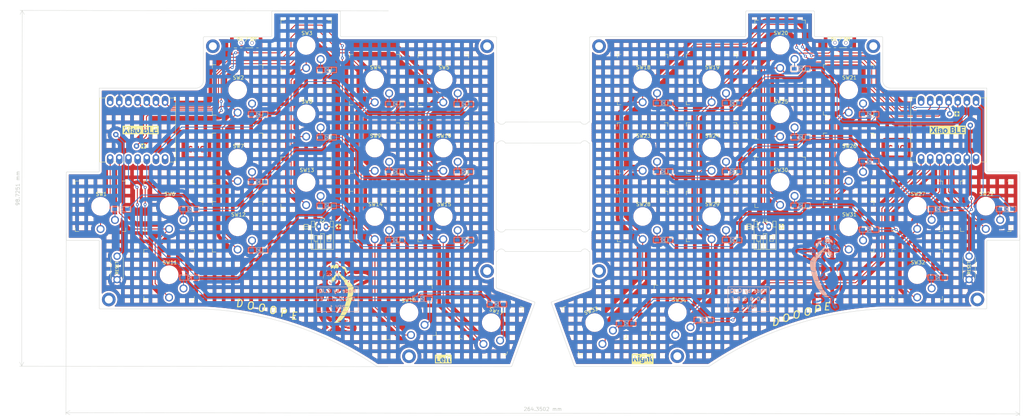
<source format=kicad_pcb>
(kicad_pcb (version 20211014) (generator pcbnew)
  (title_block (title "D O O O P E") (date "2023-04-02") (rev "Rev 1") (company "JQ.C"))
  (layers (0 "F.Cu" signal) (31 "B.Cu" signal) (34 "B.Paste" user) (35 "F.Paste" user) (36 "B.SilkS" user "B.Silkscreen") (37 "F.SilkS" user "F.Silkscreen") (38 "B.Mask" user) (39 "F.Mask" user) (44 "Edge.Cuts" user))
  (net 0 "")
  (net 1 "L_VBAT")
  (net 2 "Net-(D1-Pad2)")
  (net 3 "Net-(D2-Pad2)")
  (net 4 "Net-(D3-Pad2)")
  (net 5 "Net-(D4-Pad2)")
  (net 6 "Net-(D5-Pad2)")
  (net 7 "R_VBAT")
  (net 8 "Net-(D6-Pad2)")
  (net 9 "Net-(D7-Pad2)")
  (net 10 "Net-(D8-Pad2)")
  (net 11 "Net-(D9-Pad2)")
  (net 12 "Net-(D10-Pad2)")
  (net 13 "L_GND")
  (net 14 "Net-(D11-Pad2)")
  (net 15 "Net-(D12-Pad2)")
  (net 16 "Net-(D13-Pad2)")
  (net 17 "Net-(D14-Pad2)")
  (net 18 "Net-(D15-Pad2)")
  (net 19 "R_GND")
  (net 20 "Net-(D16-Pad2)")
  (net 21 "Net-(D17-Pad2)")
  (net 22 "L_Row0")
  (net 23 "L_Row1")
  (net 24 "L_Row2")
  (net 25 "L_Row3")
  (net 26 "R_Row0")
  (net 27 "Net-(D18-Pad2)")
  (net 28 "Net-(D19-Pad2)")
  (net 30 "Net-(D20-Pad2)")
  (net 32 "Net-(D21-Pad2)")
  (net 33 "Net-(D22-Pad2)")
  (net 34 "R_Row1")
  (net 35 "Net-(D23-Pad2)")
  (net 36 "Net-(D24-Pad2)")
  (net 37 "Net-(D25-Pad2)")
  (net 38 "Net-(D26-Pad2)")
  (net 39 "Net-(D27-Pad2)")
  (net 40 "R_Row2")
  (net 41 "Net-(D28-Pad2)")
  (net 42 "Net-(D29-Pad2)")
  (net 43 "Net-(D30-Pad2)")
  (net 44 "Net-(D31-Pad2)")
  (net 45 "Net-(D32-Pad2)")
  (net 46 "R_Row3")
  (net 47 "Net-(D33-Pad2)")
  (net 48 "Net-(D34-Pad2)")
  (net 50 "L_BAT+")
  (net 52 "R_BAT+")
  (net 53 "L_Col0")
  (net 54 "L_Col1")
  (net 55 "L_Col2")
  (net 56 "L_Col3")
  (net 57 "L_Col4")
  (net 58 "R_Col0")
  (net 59 "R_Col1")
  (net 60 "R_Col2")
  (net 61 "R_Col3")
  (net 62 "R_Col4")
  (net 66 "L_RST")
  (net 68 "L_Col5")
  (net 69 "R_Col5")
  (net 70 "R_RST")
  (footprint "RDLib:Power Switch" (layer "F.Cu") (at 69.53393 53.166664 -90)
    (fp_text reference "On / Off")
    (fp_text value "SW_SPDT" hide)
  )
  (footprint "RDLib:SMD Diode" (layer "F.Cu") (at 106.95893 109.281664 180)
    (fp_text reference "D14" hide)
    (fp_text value "1N4148W" hide)
  )
  (footprint "RDLib:SMD Diode" (layer "F.Cu") (at 87.95893 99.781664 180)
    (fp_text reference "D13" hide)
    (fp_text value "1N4148W" hide)
  )
  (footprint "RDLib:Redragon_LP" (layer "F.Cu") (at 162.24643 132.181664 20)
    (fp_text reference "SW33")
    (fp_text value "SW_PUSH")
  )
  (footprint "RDLib:Redragon_LP" (layer "F.Cu") (at 120.28393 83.756664)
    (fp_text reference "SW10")
    (fp_text value "SW_PUSH")
  )
  (footprint "kibuzzard-643B7841" (layer "F.Cu") (at 175.54643 142.306664)
    (fp_text reference "kibuzzard-643B7841" hide)
    (fp_text value "G***" hide)
  )
  (footprint "RDLib:Redragon_LP" (layer "F.Cu") (at 175.54643 102.731664)
    (fp_text reference "SW28")
    (fp_text value "SW_PUSH")
  )
  (footprint "kibuzzard-643B780C" (layer "F.Cu") (at 120.28393 142.306664)
    (fp_text reference "kibuzzard-643B780C" hide)
    (fp_text value "G***" hide)
  )
  (footprint "RDLib:SMD Diode" (layer "F.Cu") (at 200.33393 71.256664 180)
    (fp_text reference "D19" hide)
    (fp_text value "1N4148W" hide)
  )
  (footprint "RDLib:SMD Diode" (layer "F.Cu") (at 257.33393 100.681664 180)
    (fp_text reference "D27" hide)
    (fp_text value "1N4148W" hide)
  )
  (footprint "RDLib:SMD Diode" (layer "F.Cu") (at 170.979877 132.384415 180)
    (fp_text reference "D33" hide)
    (fp_text value "1N4148W" hide)
  )
  (footprint "Connector_JST:JST_PH_S2B-PH-K_1x02_P2.00mm_Horizontal" (layer "F.Cu") (at 208.48393 105.506664)
    (fp_text reference "J4")
    (fp_text value "JST Connector")
  )
  (footprint "RDLib:Redragon_LP" (layer "F.Cu") (at 82.28393 55.256664)
    (fp_text reference "SW3")
    (fp_text value "SW_PUSH")
  )
  (footprint "RDLib:Redragon_LP" (layer "F.Cu") (at 175.54643 83.731664)
    (fp_text reference "SW23")
    (fp_text value "SW_PUSH")
  )
  (footprint "RDLib:Redragon_LP" (layer "F.Cu") (at 213.65893 55.231664)
    (fp_text reference "SW20")
    (fp_text value "SW_PUSH")
  )
  (footprint "RDLib:Redragon_LP" (layer "F.Cu") (at 213.65893 93.231664)
    (fp_text reference "SW30")
    (fp_text value "SW_PUSH")
  )
  (footprint "RDLib:Redragon_LP" (layer "F.Cu") (at 194.65893 83.731664)
    (fp_text reference locked "SW24")
    (fp_text value "SW_PUSH")
  )
  (footprint "RDLib:Redragon_LP" (layer "F.Cu") (at 251.65893 99.881664)
    (fp_text reference "SW27")
    (fp_text value "SW_PUSH")
  )
  (footprint "RDLib:Redragon_LP" (layer "F.Cu") (at 63.28393 86.606664)
    (fp_text reference "SW7")
    (fp_text value "SW_PUSH" hide)
  )
  (footprint "RDLib:SMD Diode" (layer "F.Cu") (at 181.22143 71.256664 180)
    (fp_text reference "D18" hide)
    (fp_text value "1N4148W" hide)
  )
  (footprint "RDLib:Redragon_LP" (layer "F.Cu") (at 185.15893 129.331664 -5)
    (fp_text reference "SW34")
    (fp_text value "SW_PUSH")
  )
  (footprint "MountingHole:MountingHole_2.2mm_M2_DIN965_Pad_TopBottom" (layer "F.Cu") (at 132.43393 55.481664)
    (fp_text reference "REF**" hide)
    (fp_text value "MountingHole_2.2mm_M2_DIN965_Pad_TopBottom" hide)
  )
  (footprint "RDLib:SMD Diode" (layer "F.Cu") (at 219.33393 99.756664 180)
    (fp_text reference "D30" hide)
    (fp_text value "1N4148W" hide)
  )
  (footprint "kibuzzard-643B7631" (layer "F.Cu") (at 36.384023 78.731664)
    (fp_text reference "kibuzzard-643B7631" hide)
    (fp_text value "G***" hide)
  )
  (footprint "RDLib:SMD Diode" (layer "F.Cu") (at 68.95893 74.406664 180)
    (fp_text reference "D2" hide)
    (fp_text value "1N4148W" hide)
  )
  (footprint "RDLib:xiao-ble-tht_copy" (layer "F.Cu") (at 35.55893 78.731664 90)
    (fp_text reference "U1" hide)
    (fp_text value "xiao-ble" hide)
  )
  (footprint "kibuzzard-643B7985" (layer "F.Cu") (at 37.24193 83.176664)
    (fp_text reference "kibuzzard-643B7985" hide)
    (fp_text value "G***" hide)
  )
  (footprint "MountingHole:MountingHole_2.2mm_M2_DIN965_Pad_TopBottom" (layer "F.Cu") (at 56.40893 55.481664)
    (fp_text reference "REF**" hide)
    (fp_text value "MountingHole_2.2mm_M2_DIN965_Pad_TopBottom" hide)
  )
  (footprint "RDLib:Redragon_LP" (layer "F.Cu") (at 133.58393 132.206664 -20)
    (fp_text reference "SW17")
    (fp_text value "SW_PUSH")
  )
  (footprint "RDLib:xiao-ble-tht_copy" (layer "F.Cu") (at 260.349117 78.706664 -90)
    (fp_text reference "U2" hide)
    (fp_text value "xiao-ble" hide)
  )
  (footprint "KBLib:Breakaway_Tabs" (layer "F.Cu") (at 135.08393 79.456664 90)
    (fp_text reference "REF**" hide)
    (fp_text value "Breakaway_Tabs" hide)
  )
  (footprint "RDLib:SMD Diode" (layer "F.Cu") (at 49.95893 119.706664 180)
    (fp_text reference "D11" hide)
    (fp_text value "1N4148W" hide)
  )
  (footprint "RDLib:Redragon_LP" (layer "F.Cu") (at 25.28393 99.906664)
    (fp_text reference "SW1")
    (fp_text value "SW_PUSH")
  )
  (footprint "RDLib:Redragon_LP" (layer "F.Cu") (at 194.65893 64.731664)
    (fp_text reference "SW19")
    (fp_text value "SW_PUSH")
  )
  (footprint "RDLib:SMD Diode" (layer "F.Cu") (at 68.95893 112.131664 180)
    (fp_text reference "D12" hide)
    (fp_text value "1N4148W" hide)
  )
  (footprint "kibuzzard-643B7985" (layer "F.Cu") (at 91.28393 105.506664)
    (fp_text reference "kibuzzard-643B7985" hide)
    (fp_text value "G***" hide)
  )
  (footprint "RDLib:SMD Diode" (layer "F.Cu") (at 125.95893 109.281664 180)
    (fp_text reference "D15" hide)
    (fp_text value "1N4148W" hide)
  )
  (footprint "RDLib:SMD Diode" (layer "F.Cu") (at 257.33393 119.681664 180)
    (fp_text reference "D32" hide)
    (fp_text value "1N4148W" hide)
  )
  (footprint "RDLib:Power Switch" (layer "F.Cu") (at 234.10893 53.141664 -90)
    (fp_text reference "On / Off")
    (fp_text value "SW_SPDT")
  )
  (footprint "RDLib:SMD Diode" (layer "F.Cu") (at 181.22143 90.256664 180)
    (fp_text reference "D23" hide)
    (fp_text value "1N4148W" hide)
  )
  (footprint "RDLib:SMD Diode" (layer "F.Cu") (at 68.95893 93.131664 180)
    (fp_text reference "D7" hide)
    (fp_text value "1N4148W" hide)
  )
  (footprint "RDLib:SMD Diode" (layer "F.Cu") (at 238.33393 106.381664 180)
    (fp_text reference "D31" hide)
    (fp_text value "1N4148W" hide)
  )
  (footprint "RDLib:SMD Diode" (layer "F.Cu") (at 200.33393 90.256664 180)
    (fp_text reference "D24" hide)
    (fp_text value "1N4148W" hide)
  )
  (footprint "RDLib:Redragon_LP" (layer "F.Cu") (at 82.28393 93.256664)
    (fp_text reference "SW13")
    (fp_text value "SW_PUSH")
  )
  (footprint "RDLib:Redragon_LP" (layer "F.Cu") (at 194.65893 102.731664)
    (fp_text reference "SW29")
    (fp_text value "SW_PUSH")
  )
  (footprint "RDLib:Mushu" (layer "F.Cu") (at 92.80893 125.431664)
    (fp_text reference "REF**" hide)
    (fp_text value "Mushu")
  )
  (footprint "RDLib:SMD Diode" (layer "F.Cu") (at 135.13393 127.106664)
    (fp_text reference "D17" hide)
    (fp_text value "1N4148W" hide)
  )
  (footprint "RDLib:Redragon_LP" (layer "F.Cu") (at 120.28393 64.756664)
    (fp_text reference "SW5")
    (fp_text value "SW_PUSH")
  )
  (footprint "RDLib:SMD Diode" (layer "F.Cu") (at 276.33393 100.681664 180)
    (fp_text reference "D22" hide)
    (fp_text value "1N4148W" hide)
  )
  (footprint "kibuzzard-643B7985" (layer "F.Cu") (at 213.98393 105.506664)
    (fp_text reference "kibuzzard-643B7985" hide)
    (fp_text value "G***" hide)
  )
  (footprint "RDLib:Reset Switch" (layer "F.Cu") (at 266.03393 120.256664 90)
    (fp_text reference "RESET")
    (fp_text value "SW_Push" hide)
  )
  (footprint "RDLib:Redragon_LP" (layer "F.Cu") (at 270.65893 99.881664)
    (fp_text reference "SW22")
    (fp_text value "SW_PUSH")
  )
  (footprint "MountingHole:MountingHole_2.2mm_M2_DIN965_Pad_TopBottom" (layer "F.Cu") (at 110.78393 141.533493)
    (fp_text reference "REF**" hide)
    (fp_text value "MountingHole_2.2mm_M2_DIN965_Pad_TopBottom" hide)
  )
  (footprint "RDLib:SMD Diode" (layer "F.Cu") (at 219.33393 80.756664 180)
    (fp_text reference "D25" hide)
    (fp_text value "1N4148W" hide)
  )
  (footprint "KBLib:Breakaway_Tabs" (layer "F.Cu") (at 135.08393 109.456664 90)
    (fp_text reference "REF**" hide)
    (fp_text value "Breakaway_Tabs" hide)
  )
  (footprint "RDLib:SMD Diode" (layer "F.Cu") (at 200.33393 109.256664 180)
    (fp_text reference "D29" hide)
    (fp_text value "1N4148W" hide)
  )
  (footprint "Connector_JST:JST_PH_S2B-PH-K_1x02_P2.00mm_Horizontal" (layer "F.Cu") (at 85.78393 105.506664)
    (fp_text reference "J2")
    (fp_text value "JST Connector")
  )
  (footprint "MountingHole:MountingHole_2.2mm_M2_DIN965_Pad_TopBottom" (layer "F.Cu") (at 27.55893 125.781664)
    (fp_text reference "REF**" hide)
    (fp_text value "MountingHole_2.2mm_M2_DIN965_Pad_TopBottom" hide)
  )
  (footprint "RDLib:Redragon_LP" (layer "F.Cu") (at 120.28393 102.756664)
    (fp_text reference "SW15")
    (fp_text value "SW_PUSH")
  )
  (footprint "RDLib:SMD Diode" (layer "F.Cu") (at 49.95893 100.706664 180)
    (fp_text reference "D6" hide)
    (fp_text value "1N4148W" hide)
  )
  (footprint "kibuzzard-643B7985" (layer "F.Cu") (at 262.666117 74.261664)
    (fp_text reference "kibuzzard-643B7985" hide)
    (fp_text value "G***" hide)
  )
  (footprint "RDLib:SMD Diode" (layer "F.Cu") (at 125.95893 71.556664 180)
    (fp_text reference "D5" hide)
    (fp_text value "1N4148W" hide)
  )
  (footprint "MountingHole:MountingHole_2.2mm_M2_DIN965_Pad_TopBottom" (layer "F.Cu") (at 132.43393 117.881664)
    (fp_text reference "REF**" hide)
    (fp_text value "MountingHole_2.2mm_M2_DIN965_Pad_TopBottom" hide)
  )
  (footprint "RDLib:SMD Diode" (layer "F.Cu") (at 238.33393 74.381664 180)
    (fp_text reference "D21" hide)
    (fp_text value "1N4148W" hide)
  )
  (footprint "RDLib:SMD Diode" (layer "F.Cu") (at 125.95893 90.281664 180)
    (fp_text reference "D10" hide)
    (fp_text value "1N4148W" hide)
  )
  (footprint "kibuzzard-643B7631" (layer "F.Cu") (at 260.10893 78.706664)
    (fp_text reference "kibuzzard-643B7631" hide)
    (fp_text value "G***" hide)
  )
  (footprint "KBLib:Breakaway_Tabs" (layer "F.Cu") (at 160.78393 109.456664 90)
    (fp_text reference "REF**" hide)
    (fp_text value "Breakaway_Tabs" hide)
  )
  (footprint "RDLib:Redragon_LP" (layer "F.Cu") (at 175.54643 64.731664)
    (fp_text reference "SW18")
    (fp_text value "SW_PUSH")
  )
  (footprint "RDLib:SMD Diode" (layer "F.Cu") (at 30.95893 100.706664 180)
    (fp_text reference "D1" hide)
    (fp_text value "1N4148W" hide)
  )
  (footprint "RDLib:Redragon_LP" (layer "F.Cu") (at 213.65893 74.231664)
    (fp_text reference "SW25")
    (fp_text value "SW_PUSH")
  )
  (footprint "RDLib:Redragon_LP" (layer "F.Cu") (at 44.28393 118.906664)
    (fp_text reference "SW11")
    (fp_text value "SW_PUSH")
  )
  (footprint "RDLib:Redragon_LP" (layer "F.Cu") (at 251.65893 118.881664)
    (fp_text reference "SW32")
    (fp_text value "SW_PUSH")
  )
  (footprint "RDLib:Redragon_LP" (layer "F.Cu") (at 63.28393 105.606664)
    (fp_text reference locked "SW12")
    (fp_text value "SW_PUSH")
  )
  (footprint "RDLib:Redragon_LP" (layer "F.Cu") (at 110.78393 129.356664 5)
    (fp_text reference "SW16")
    (fp_text value "SW_PUSH")
  )
  (footprint "RDLib:Redragon_LP" (layer "F.Cu") (at 232.65893 86.581664)
    (fp_text reference locked "SW26")
    (fp_text value "SW_PUSH")
  )
  (footprint "RDLib:Redragon_LP" (layer "F.Cu") (at 101.28393 64.756664)
    (fp_text reference "SW4")
    (fp_text value "SW_PUSH")
  )
  (footprint "RDLib:Redragon_LP" (layer "F.Cu") (at 101.28393 102.756664)
    (fp_text reference "SW14")
    (fp_text value "SW_PUSH")
  )
  (footprint "RDLib:Redragon_LP" (layer "F.Cu") (at 63.28393 67.606664)
    (fp_text reference "SW2")
    (fp_text value "SW_PUSH")
  )
  (footprint "RDLib:SMD Diode" (layer "F.Cu") (at 106.95893 90.281664 180)
    (fp_text reference "D9" hide)
    (fp_text value "1N4148W" hide)
  )
  (footprint "KBLib:Breakaway_Tabs" (layer "F.Cu") (at 160.78393 79.456664 90)
    (fp_text reference "REF**" hide)
    (fp_text value "Breakaway_Tabs" hide)
  )
  (footprint "RDLib:SMD Diode" (layer "F.Cu") (at 181.22143 109.256664 180)
    (fp_text reference "D28" hide)
    (fp_text value "1N4148W" hide)
  )
  (footprint "RDLib:SMD Diode" (layer "F.Cu") (at 219.33393 61.756664 180)
    (fp_text reference "D20" hide)
    (fp_text value "1N4148W" hide)
  )
  (footprint "RDLib:Reset Switch" (layer "F.Cu") (at 29.85893 113.756664 -90)
    (fp_text reference "RESET")
    (fp_text value "SW_Push" hide)
  )
  (footprint "RDLib:SMD Diode" (layer "F.Cu") (at 114.50893 125.581664)
    (fp_text reference "D16" hide)
    (fp_text value "1N4148W" hide)
  )
  (footprint "RDLib:Redragon_LP" (layer "F.Cu") (at 44.28393 99.906664)
    (fp_text reference "SW6")
    (fp_text value "SW_PUSH")
  )
  (footprint "RDLib:SMD Diode" (layer "F.Cu") (at 87.95893 62.056664 180)
    (fp_text reference "D3" hide)
    (fp_text value "1N4148W" hide)
  )
  (footprint "MountingHole:MountingHole_2.2mm_M2_DIN965_Pad_TopBottom" (layer "F.Cu") (at 185.15893 141.508493)
    (fp_text reference "REF**" hide)
    (fp_text value "MountingHole_2.2mm_M2_DIN965_Pad_TopBottom" hide)
  )
  (footprint "RDLib:SMD Diode" (layer "F.Cu") (at 87.95893 80.781664 180)
    (fp_text reference "D8" hide)
    (fp_text value "1N4148W" hide)
  )
  (footprint "RDLib:Redragon_LP" (layer "F.Cu") (at 232.65893 67.581664)
    (fp_text reference "SW21")
    (fp_text value "SW_PUSH")
  )
  (footprint "RDLib:SMD Diode" (layer "F.Cu") (at 192.487517 131.465827 180)
    (fp_text reference "D34" hide)
    (fp_text value "1N4148W" hide)
  )
  (footprint "RDLib:Redragon_LP" (layer "F.Cu") (at 101.28393 83.756664)
    (fp_text reference "SW9")
    (fp_text value "SW_PUSH")
  )
  (footprint "RDLib:SMD Diode" (layer "F.Cu") (at 238.33393 87.381664 180)
    (fp_text reference "D26" hide)
    (fp_text value "1N4148W" hide)
  )
  (footprint "RDLib:Redragon_LP" (layer "F.Cu") (at 82.28393 74.256664)
    (fp_text reference "SW8")
    (fp_text value "SW_PUSH")
  )
  (footprint "RDLib:SMD Diode" (layer "F.Cu") (at 106.95893 71.556664 180)
    (fp_text reference "D4" hide)
    (fp_text value "1N4148W" hide)
  )
  (footprint "RDLib:Redragon_LP" (layer "F.Cu") (at 232.65893 105.581664)
    (fp_text reference "SW31")
    (fp_text value "SW_PUSH")
  )
  (footprint "MountingHole:MountingHole_2.2mm_M2_DIN965_Pad_TopBottom" (layer "B.Cu") (at 268.33393 125.762347 180)
    (fp_text reference "REF**" hide)
    (fp_text value "MountingHole_2.2mm_M2_DIN965_Pad_TopBottom" hide)
  )
  (footprint "MountingHole:MountingHole_2.2mm_M2_DIN965_Pad_TopBottom" (layer "B.Cu") (at 163.45893 117.862347 180)
    (fp_text reference "REF**" hide)
    (fp_text value "MountingHole_2.2mm_M2_DIN965_Pad_TopBottom" hide)
  )
  (footprint "MountingHole:MountingHole_2.2mm_M2_DIN965_Pad_TopBottom" (layer "B.Cu") (at 163.45893 55.462347 180)
    (fp_text reference "REF**" hide)
    (fp_text value "MountingHole_2.2mm_M2_DIN965_Pad_TopBottom" hide)
  )
  (footprint "RDLib:Mushu" (layer "B.Cu") (at 224.545569 118.297615 180)
    (fp_text reference "REF**" hide)
    (fp_text value "Mushu")
  )
  (footprint "MountingHole:MountingHole_2.2mm_M2_DIN965_Pad_TopBottom" (layer "B.Cu") (at 239.48393 55.462347 180)
    (fp_text reference "REF**" hide)
    (fp_text value "MountingHole_2.2mm_M2_DIN965_Pad_TopBottom" hide)
  )
  (gr_rect (start 85.18393 122.281664) (end 96.70893 129.106664) (layer "B.SilkS") (width 0.15) (fill none))
  (gr_rect (start 199.18393 122.262347) (end 210.70893 129.087347) (layer "B.SilkS") (width 0.15) (fill none))
  (gr_rect (start 204.38393 104.856664) (end 205.58393 106.131664) (layer "F.SilkS") (width 0.15) (fill none))
  (gr_rect (start 81.68393 104.931664) (end 82.88393 106.206664) (layer "F.SilkS") (width 0.15) (fill none))
  (gr_arc (start 280.10893 109.062347) (mid 280.042849 109.25341) (end 279.85893 109.337347) (layer "Edge.Cuts") (width 0.1))
  (gr_arc (start 204.10893 52.562347) (mid 204.042849 52.75341) (end 203.85893 52.837347) (layer "Edge.Cuts") (width 0.1))
  (gr_arc (start 25.18393 128.406664) (mid 25.000011 128.322727) (end 24.93393 128.131664) (layer "Edge.Cuts") (width 0.1))
  (gr_arc (start 135.28393 112.431664) (mid 136.35893 111.768104) (end 137.43393 112.431664) (layer "Edge.Cuts") (width 0.1))
  (gr_arc (start 270.95893 128.112347) (mid 270.892849 128.30341) (end 270.70893 128.387347) (layer "Edge.Cuts") (width 0.1))
  (gr_line (start 160.48393 76.494164) (end 160.83393 76.494164) (layer "Edge.Cuts") (width 0.1))
  (gr_line (start 223.43393 52.837347) (end 241.83393 52.837347) (layer "Edge.Cuts") (width 0.1))
  (gr_arc (start 53.78393 53.106664) (mid 53.867857 52.922755) (end 54.05893 52.856664) (layer "Edge.Cuts") (width 0.1))
  (gr_line (start 160.83393 53.112347) (end 160.83393 76.494164) (layer "Edge.Cuts") (width 0.1))
  (gr_arc (start 72.73393 52.606664) (mid 72.649993 52.790583) (end 72.45893 52.856664) (layer "Edge.Cuts") (width 0.1))
  (gr_arc (start 160.48393 76.494164) (mid 159.40893 77.157724) (end 158.33393 76.494164) (layer "Edge.Cuts") (width 0.1))
  (gr_line (start 24.93393 128.131664) (end 24.93393 109.631664) (layer "Edge.Cuts") (width 0.1))
  (gr_arc (start 137.48393 106.406664) (mid 136.40893 107.070224) (end 135.33393 106.406664) (layer "Edge.Cuts") (width 0.1))
  (gr_arc (start 134.80893 52.856664) (mid 134.992849 52.940601) (end 135.05893 53.131664) (layer "Edge.Cuts") (width 0.1))
  (gr_arc (start 72.73393 45.956664) (mid 72.817867 45.772745) (end 73.00893 45.706664) (layer "Edge.Cuts") (width 0.1))
  (gr_line (start 135.05893 76.506664) (end 135.05893 53.131664) (layer "Edge.Cuts") (width 0.1))
  (gr_arc (start 279.83393 90.337347) (mid 280.024993 90.403428) (end 280.10893 90.587347) (layer "Edge.Cuts") (width 0.1))
  (gr_line (start 160.55893 106.394164) (end 160.90893 106.394164) (layer "Edge.Cuts") (width 0.1))
  (gr_arc (start 24.68393 109.356664) (mid 24.867849 109.440601) (end 24.93393 109.631664) (layer "Edge.Cuts") (width 0.1))
  (gr_arc (start 158.45893 112.419164) (mid 159.53393 111.755604) (end 160.60893 112.419164) (layer "Edge.Cuts") (width 0.1))
  (gr_arc (start 139.30893 144.231664) (mid 139.22211 144.345184) (end 139.08393 144.381664) (layer "Edge.Cuts") (width 0.1))
  (gr_arc (start 270.95893 109.612347) (mid 271.025011 109.421284) (end 271.20893 109.337347) (layer "Edge.Cuts") (width 0.1))
  (gr_line (start 160.60893 112.419164) (end 160.90893 112.419164) (layer "Edge.Cuts") (width 0.1))
  (gr_line (start 156.58393 144.212347) (end 150.20893 126.712347) (layer "Edge.Cuts") (width 0.1))
  (gr_line (start 270.70893 128.387347) (end 242.10893 128.387347) (layer "Edge.Cuts") (width 0.1))
  (gr_line (start 134.98393 82.381664) (end 135.33393 82.381664) (layer "Edge.Cuts") (width 0.1))
  (gr_arc (start 91.53393 45.706664) (mid 91.717849 45.790601) (end 91.78393 45.981664) (layer "Edge.Cuts") (width 0.1))
  (gr_line (start 137.53393 76.506664) (end 158.33393 76.494164) (layer "Edge.Cuts") (width 0.1))
  (gr_line (start 193.98393 144.337347) (end 156.80893 144.362347) (layer "Edge.Cuts") (width 0.1))
  (gr_arc (start 15.78393 90.606664) (mid 15.867863 90.422741) (end 16.05893 90.356664) (layer "Edge.Cuts") (width 0.1))
  (gr_line (start 145.68393 126.731664) (end 139.30893 144.231664) (layer "Edge.Cuts") (width 0.1))
  (gr_arc (start 92.03393 52.856664) (mid 91.850011 52.772727) (end 91.78393 52.581664) (layer "Edge.Cuts") (width 0.1))
  (gr_arc (start 145.55893 126.456664) (mid 145.681593 126.566798) (end 145.68393 126.731664) (layer "Edge.Cuts") (width 0.1))
  (gr_arc (start 160.55893 106.394164) (mid 159.48393 107.057724) (end 158.40893 106.394164) (layer "Edge.Cuts") (width 0.1))
  (gr_line (start 270.95893 109.612347) (end 270.95893 128.112347) (layer "Edge.Cuts") (width 0.1))
  (gr_arc (start 223.43393 52.837347) (mid 223.242867 52.771266) (end 223.15893 52.587347) (layer "Edge.Cuts") (width 0.1))
  (gr_arc (start 156.80893 144.362347) (mid 156.670763 144.325857) (end 156.58393 144.212347) (layer "Edge.Cuts") (width 0.1))
  (gr_line (start 54.05893 52.856664) (end 72.45893 52.856664) (layer "Edge.Cuts") (width 0.1))
  (gr_line (start 204.35893 45.687347) (end 222.88393 45.687347) (layer "Edge.Cuts") (width 0.1))
  (gr_line (start 53.78393 64.956664) (end 53.78393 53.106664) (layer "Edge.Cuts") (width 0.1))
  (gr_arc (start 158.40893 82.369164) (mid 159.48393 81.705604) (end 160.55893 82.369164) (layer "Edge.Cuts") (width 0.1))
  (gr_line (start 244.20893 67.087347) (end 270.95893 67.087347) (layer "Edge.Cuts") (width 0.1))
  (gr_line (start 160.90893 112.419164) (end 160.90893 122.362347) (layer "Edge.Cuts") (width 0.1))
  (gr_line (start 24.68393 109.356664) (end 16.03393 109.356664) (layer "Edge.Cuts") (width 0.1))
  (gr_line (start 134.98393 106.406664) (end 135.33393 106.406664) (layer "Edge.Cuts") (width 0.1))
  (gr_arc (start 244.20893 67.087347) (mid 242.69301 66.467432) (end 242.10893 64.937347) (layer "Edge.Cuts") (width 0.1))
  (gr_arc (start 204.10893 45.962347) (mid 204.175011 45.771284) (end 204.35893 45.687347) (layer "Edge.Cuts") (width 0.1))
  (gr_line (start 15.78393 109.081664) (end 15.78393 90.606664) (layer "Edge.Cuts") (width 0.1))
  (gr_line (start 160.55893 82.369164) (end 160.90893 82.369164) (layer "Edge.Cuts") (width 0.1))
  (gr_line (start 223.15893 45.937347) (end 223.15893 52.587347) (layer "Edge.Cuts") (width 0.1))
  (gr_line (start 137.43393 112.431664) (end 158.45893 112.419164) (layer "Edge.Cuts") (width 0.1))
  (gr_arc (start 241.83393 52.837347) (mid 242.024992 52.903428) (end 242.10893 53.087347) (layer "Edge.Cuts") (width 0.1))
  (gr_line (start 134.98393 106.406664) (end 134.98393 82.381664) (layer "Edge.Cuts") (width 0.1))
  (gr_line (start 92.03393 52.856664) (end 134.80893 52.856664) (layer "Edge.Cuts") (width 0.1))
  (gr_line (start 24.93393 67.106664) (end 51.68393 67.106664) (layer "Edge.Cuts") (width 0.1))
  (gr_line (start 137.48393 106.406664) (end 158.40893 106.394164) (layer "Edge.Cuts") (width 0.1))
  (gr_arc (start 222.88393 45.687347) (mid 223.074993 45.753428) (end 223.15893 45.937347) (layer "Edge.Cuts") (width 0.1))
  (gr_line (start 24.93393 90.106664) (end 24.93393 67.106664) (layer "Edge.Cuts") (width 0.1))
  (gr_arc (start 271.23393 90.337347) (mid 271.042867 90.271266) (end 270.95893 90.087347) (layer "Edge.Cuts") (width 0.1))
  (gr_arc (start 150.20893 126.712347) (mid 150.211236 126.547477) (end 150.33393 126.437347) (layer "Edge.Cuts") (width 0.1))
  (gr_line (start 242.10893 53.087347) (end 242.10893 64.937347) (layer "Edge.Cuts") (width 0.1))
  (gr_line (start 161.08393 52.837347) (end 203.85893 52.837347) (layer "Edge.Cuts") (width 0.1))
  (gr_arc (start 135.33393 82.381664) (mid 136.40893 81.718104) (end 137.48393 82.381664) (layer "Edge.Cuts") (width 0.1))
  (gr_arc (start 160.83393 53.112347) (mid 160.900011 52.921284) (end 161.08393 52.837347) (layer "Edge.Cuts") (width 0.1))
  (gr_line (start 53.78393 128.406664) (end 25.18393 128.406664) (layer "Edge.Cuts") (width 0.1))
  (gr_line (start 279.85893 109.337347) (end 271.20893 109.337347) (layer "Edge.Cuts") (width 0.1))
  (gr_line (start 160.90893 82.369164) (end 160.90893 106.394164) (layer "Edge.Cuts") (width 0.1))
  (gr_line (start 16.05893 90.356664) (end 24.65893 90.356664) (layer "Edge.Cuts") (width 0.1))
  (gr_arc (start 53.78393 128.406664) (mid 78.962082 133.015472) (end 101.90893 144.356664) (layer "Edge.Cuts") (width 0.1))
  (gr_line (start 280.10893 90.587347) (end 280.10893 109.062347) (layer "Edge.Cuts") (width 0.1))
  (gr_line (start 134.98393 122.381664) (end 134.98393 112.431664) (layer "Edge.Cuts") (width 0.1))
  (gr_line (start 204.10893 52.562347) (end 204.10893 45.962347) (layer "Edge.Cuts") (width 0.1))
  (gr_line (start 270.95893 67.087347) (end 270.95893 90.087347) (layer "Edge.Cuts") (width 0.1))
  (gr_arc (start 193.98393 144.337347) (mid 216.930778 132.996155) (end 242.10893 128.387347) (layer "Edge.Cuts") (width 0.1))
  (gr_arc (start 24.93393 90.106664) (mid 24.849993 90.290583) (end 24.65893 90.356664) (layer "Edge.Cuts") (width 0.1))
  (gr_arc (start 160.90893 122.362347) (mid 160.814601 122.551921) (end 160.63393 122.662347) (layer "Edge.Cuts") (width 0.1))
  (gr_line (start 91.78393 45.981664) (end 91.78393 52.581664) (layer "Edge.Cuts") (width 0.1))
  (gr_arc (start 135.25893 122.681664) (mid 135.078259 122.571238) (end 134.98393 122.381664) (layer "Edge.Cuts") (width 0.1))
  (gr_line (start 137.48393 82.381664) (end 158.40893 82.369164) (layer "Edge.Cuts") (width 0.1))
  (gr_line (start 271.23393 90.337347) (end 279.83393 90.337347) (layer "Edge.Cuts") (width 0.1))
  (gr_line (start 135.25893 122.681664) (end 145.55893 126.456664) (layer "Edge.Cuts") (width 0.1))
  (gr_line (start 73.00893 45.706664) (end 91.53393 45.706664) (layer "Edge.Cuts") (width 0.1))
  (gr_line (start 72.73393 52.606664) (end 72.73393 45.956664) (layer "Edge.Cuts") (width 0.1))
  (gr_line (start 135.05893 76.506664) (end 135.40893 76.506664) (layer "Edge.Cuts") (width 0.1))
  (gr_line (start 139.08393 144.381664) (end 101.90893 144.356664) (layer "Edge.Cuts") (width 0.1))
  (gr_arc (start 53.78393 64.956664) (mid 53.19985 66.486749) (end 51.68393 67.106664) (layer "Edge.Cuts") (width 0.1))
  (gr_line (start 150.33393 126.437347) (end 160.63393 122.662347) (layer "Edge.Cuts") (width 0.1))
  (gr_line (start 134.98393 112.431664) (end 135.28393 112.431664) (layer "Edge.Cuts") (width 0.1))
  (gr_arc (start 137.53393 76.506664) (mid 136.47143 77.162507) (end 135.40893 76.506664) (layer "Edge.Cuts") (width 0.1))
  (gr_arc (start 16.03393 109.356664) (mid 15.850011 109.272727) (end 15.78393 109.081664) (layer "Edge.Cuts") (width 0.1))
  (gr_text "C.JQ" (at 51.85893 84.131664) (layer "F.Cu") (effects (font (size 1.5 1.5) (thickness 0.3))))
  (gr_text "C.JQ" (at 245.88393 83.881664) (layer "F.Cu") (effects (font (size 1.5 1.5) (thickness 0.3))))
  (gr_text "Made by C.JQ" (at 90.94643 123.381664) (layer "B.SilkS") (effects (font (size 1 1) (thickness 0.2)) (justify mirror)))
  (gr_text "REV 1" (at 90.94643 127.931664) (layer "B.SilkS") (effects (font (size 1 1)) (justify mirror)))
  (gr_text "Made by C.JQ" (at 204.94643 123.362347) (layer "B.SilkS") (effects (font (size 1 1) (thickness 0.2)) (justify mirror)))
  (gr_text "D O O O P E" (at 90.94643 125.675414) (layer "B.SilkS") (effects (font (size 1 1)) (justify mirror)))
  (gr_text "D O O O P E" (at 204.94643 125.656097) (layer "B.SilkS") (effects (font (size 1 1)) (justify mirror)))
  (gr_text "REV 1" (at 204.94643 127.912347) (layer "B.SilkS") (effects (font (size 1 1)) (justify mirror)))
  (gr_text "-" (at 204.98393 105.394164) (layer "F.SilkS") (effects (font (size 1 1))))
  (gr_text "P" (at 76.03393 129.556664) (layer "F.SilkS") (effects (font (size 2 2) (thickness 0.3) italic)))
  (gr_text "D" (at 63.78393 126.881664) (layer "F.SilkS") (effects (font (size 2 2) (thickness 0.3) italic)))
  (gr_text "-" (at 82.28393 105.469164) (layer "F.SilkS") (effects (font (size 1 1))))
  (gr_text "P" (at 223.93393 128.506664) (layer "F.SilkS") (effects (font (size 2 2) (thickness 0.3) italic)))
  (gr_text "E" (at 78.95893 130.356664) (layer "F.SilkS") (effects (font (size 2 2) (thickness 0.3) italic)))
  (gr_text "O" (at 218.13393 130.031664) (layer "F.SilkS") (effects (font (size 2 2) (thickness 0.3) italic)))
  (gr_text "O" (at 215.20893 130.931664) (layer "F.SilkS") (effects (font (size 2 2) (thickness 0.3) italic)))
  (gr_text "D" (at 212.38393 132.056664) (layer "F.SilkS") (effects (font (size 2 2) (thickness 0.3) italic)))
  (gr_text "E" (at 226.63393 127.756664) (layer "F.SilkS") (effects (font (size 2 2) (thickness 0.3) italic)))
  (gr_text "O" (at 221.18393 129.231664) (layer "F.SilkS") (effects (font (size 2 2) (thickness 0.3) italic)))
  (gr_text "O" (at 69.93393 128.131664) (layer "F.SilkS") (effects (font (size 2 2) (thickness 0.3) italic)))
  (gr_text "O" (at 73.00893 128.781664) (layer "F.SilkS") (effects (font (size 2 2) (thickness 0.3) italic)))
  (gr_text "O" (at 66.83393 127.531664) (layer "F.SilkS") (effects (font (size 2 2) (thickness 0.3) italic)))
  (dimension (type aligned) (layer "Edge.Cuts") (pts (xy 15.75893 106.956664) (xy 280.10893 107.306664)) (height 50.226346) (gr_text "264.3502 mm" (at 147.868953 156.207967 359.9241403) (layer "Edge.Cuts") (effects (font (size 1 1) (thickness 0.15)))) (format (units 3) (units_format 1) (precision 4)) (style (thickness 0.1) (arrow_length 1.27) (text_position_mode 0) (extension_height 0.58642) (extension_offset 0.5) keep_text_aligned))
  (dimension (type aligned) (layer "Edge.Cuts") (pts (xy 105.45893 144.406664) (xy 105.58393 45.681664)) (height -102.026225) (gr_text "98.7251 mm" (at 2.345288 94.913528 89.92745537) (layer "Edge.Cuts") (effects (font (size 1 1) (thickness 0.15)))) (format (units 3) (units_format 1) (precision 4)) (style (thickness 0.1) (arrow_length 1.27) (text_position_mode 0) (extension_height 0.58642) (extension_offset 0.5) keep_text_aligned))
  (segment (start 64.23393 55.356664) (end 63.53393 56.056664) (width 0.25) (layer "F.Cu") (net 1))
  (segment (start 76.88393 55.781664) (end 75.35893 57.306664) (width 0.25) (layer "F.Cu") (net 1))
  (segment (start 75.35893 57.306664) (end 65.95893 57.306664) (width 0.25) (layer "F.Cu") (net 1))
  (segment (start 65.70893 55.631664) (end 65.43393 55.356664) (width 0.25) (layer "F.Cu") (net 1))
  (segment (start 92.30893 103.006664) (end 92.30893 101.806664) (width 0.25) (layer "F.Cu") (net 1))
  (segment (start 63.53393 56.056664) (end 63.53393 56.366664) (width 0.25) (layer "F.Cu") (net 1))
  (segment (start 92.30893 55.356664) (end 86.58393 49.631664) (width 0.25) (layer "F.Cu") (net 1))
  (segment (start 89.80893 105.506664) (end 92.30893 103.006664) (width 0.25) (layer "F.Cu") (net 1))
  (segment (start 65.95893 57.306664) (end 65.70893 57.056664) (width 0.25) (layer "F.Cu") (net 1))
  (segment (start 86.58393 49.631664) (end 79.20893 49.631664) (width 0.25) (layer "F.Cu") (net 1))
  (segment (start 65.70893 57.056664) (end 65.70893 55.631664) (width 0.25) (layer "F.Cu") (net 1))
  (segment (start 79.20893 49.631664) (end 76.88393 51.956664) (width 0.25) (layer "F.Cu") (net 1))
  (segment (start 87.78393 105.506664) (end 89.80893 105.506664) (width 0.25) (layer "F.Cu") (net 1))
  (segment (start 92.30893 58.756664) (end 92.30893 101.806664) (width 0.25) (layer "F.Cu") (net 1))
  (segment (start 65.43393 55.356664) (end 64.23393 55.356664) (width 0.25) (layer "F.Cu") (net 1))
  (segment (start 76.88393 51.956664) (end 76.88393 55.781664) (width 0.25) (layer "F.Cu") (net 1))
  (via (at 92.30893 58.756664) (size 0.8) (drill 0.4) (layers "F.Cu" "B.Cu") (net 1))
  (via (at 92.30893 55.356664) (size 0.8) (drill 0.4) (layers "F.Cu" "B.Cu") (net 1))
  (segment (start 92.30893 55.356664) (end 92.30893 58.756664) (width 0.25) (layer "B.Cu") (net 1))
  (segment (start 29.28393 103.706664) (end 29.28393 100.806664) (width 0.25) (layer "B.Cu") (net 2))
  (segment (start 29.28393 100.806664) (end 29.18393 100.706664) (width 0.25) (layer "B.Cu") (net 2))
  (segment (start 67.28393 71.406664) (end 67.28393 74.306664) (width 0.25) (layer "B.Cu") (net 3))
  (segment (start 67.28393 74.306664) (end 67.18393 74.406664) (width 0.25) (layer "B.Cu") (net 3))
  (segment (start 86.28393 59.056664) (end 86.28393 61.956664) (width 0.25) (layer "B.Cu") (net 4))
  (segment (start 86.28393 61.956664) (end 86.18393 62.056664) (width 0.25) (layer "B.Cu") (net 4))
  (segment (start 105.28393 71.456664) (end 105.18393 71.556664) (width 0.25) (layer "B.Cu") (net 5))
  (segment (start 105.28393 68.556664) (end 105.28393 71.456664) (width 0.25) (layer "B.Cu") (net 5))
  (segment (start 124.28393 68.556664) (end 124.18393 68.656664) (width 0.25) (layer "B.Cu") (net 6))
  (segment (start 124.18393 68.656664) (end 124.18393 71.556664) (width 0.25) (layer "B.Cu") (net 6))
  (segment (start 211.18393 59.231664) (end 209.33393 61.081664) (width 0.25) (layer "F.Cu") (net 7))
  (segment (start 228.10893 56.341664) (end 228.10893 56.456664) (width 0.25) (layer "F.Cu") (net 7))
  (segment (start 227.15893 57.406664) (end 215.60893 57.406664) (width 0.25) (layer "F.Cu") (net 7))
  (segment (start 213.78393 59.231664) (end 211.18393 59.231664) (width 0.25) (layer "F.Cu") (net 7))
  (segment (start 215.60893 57.406664) (end 213.78393 59.231664) (width 0.25) (layer "F.Cu") (net 7))
  (segment (start 209.33393 104.356664) (end 210.48393 105.506664) (width 0.25) (layer "F.Cu") (net 7))
  (segment (start 228.10893 56.456664) (end 227.15893 57.406664) (width 0.25) (layer "F.Cu") (net 7))
  (segment (start 209.33393 61.081664) (end 209.33393 104.356664) (width 0.25) (layer "F.Cu") (net 7))
  (segment (start 48.18393 103.606664) (end 48.18393 100.706664) (width 0.25) (layer "B.Cu") (net 8))
  (segment (start 48.28393 103.706664) (end 48.18393 103.606664) (width 0.25) (layer "B.Cu") (net 8))
  (segment (start 67.28393 93.031664) (end 67.18393 93.131664) (width 0.25) (layer "B.Cu") (net 9))
  (segment (start 67.28393 90.406664) (end 67.28393 93.031664) (width 0.25) (layer "B.Cu") (net 9))
  (segment (start 86.28393 80.681664) (end 86.18393 80.781664) (width 0.25) (layer "B.Cu") (net 10))
  (segment (start 86.28393 78.056664) (end 86.28393 80.681664) (width 0.25) (layer "B.Cu") (net 10))
  (segment (start 105.28393 87.556664) (end 105.28393 90.181664) (width 0.25) (layer "B.Cu") (net 11))
  (segment (start 105.28393 90.181664) (end 105.18393 90.281664) (width 0.25) (layer "B.Cu") (net 11))
  (segment (start 124.28393 90.181664) (end 124.18393 90.281664) (width 0.25) (layer "B.Cu") (net 12))
  (segment (start 124.28393 87.556664) (end 124.28393 90.181664) (width 0.25) (layer "B.Cu") (net 12))
  (segment (start 48.28393 119.806664) (end 48.18393 119.706664) (width 0.25) (layer "B.Cu") (net 14))
  (segment (start 48.28393 122.706664) (end 48.28393 119.806664) (width 0.25) (layer "B.Cu") (net 14))
  (segment (start 67.28393 112.031664) (end 67.18393 112.131664) (width 0.25) (layer "B.Cu") (net 15))
  (segment (start 67.28393 109.406664) (end 67.28393 112.031664) (width 0.25) (layer "B.Cu") (net 15))
  (segment (start 86.28393 99.681664) (end 86.18393 99.781664) (width 0.25) (layer "B.Cu") (net 16))
  (segment (start 86.28393 97.056664) (end 86.28393 99.681664) (width 0.25) (layer "B.Cu") (net 16))
  (segment (start 105.28393 109.181664) (end 105.18393 109.281664) (width 0.25) (layer "B.Cu") (net 17))
  (segment (start 105.28393 106.556664) (end 105.28393 109.181664) (width 0.25) (layer "B.Cu") (net 17))
  (segment (start 124.28393 106.556664) (end 124.28393 109.181664) (width 0.25) (layer "B.Cu") (net 18))
  (segment (start 124.28393 109.181664) (end 124.18393 109.281664) (width 0.25) (layer "B.Cu") (net 18))
  (segment (start 116.53393 125.831664) (end 116.28393 125.581664) (width 0.25) (layer "B.Cu") (net 20))
  (segment (start 116.53393 131.681664) (end 116.53393 125.831664) (width 0.25) (layer "B.Cu") (net 20))
  (segment (start 115.422013 132.793581) (end 116.53393 131.681664) (width 0.25) (layer "B.Cu") (net 20))
  (segment (start 115.099901 132.793581) (end 115.422013 132.793581) (width 0.25) (layer "B.Cu") (net 20))
  (segment (start 136.043024 137.145577) (end 136.90893 136.279671) (width 0.25) (layer "B.Cu") (net 21))
  (segment (start 136.90893 136.279671) (end 136.90893 127.106664) (width 0.25) (layer "B.Cu") (net 21))
  (segment (start 67.38393 77.931664) (end 70.73393 74.581664) (width 0.25) (layer "B.Cu") (net 22))
  (segment (start 70.73393 74.406664) (end 73.43393 74.406664) (width 0.25) (layer "B.Cu") (net 22))
  (segment (start 99.45893 74.131664) (end 106.15893 74.131664) (width 0.25) (layer "B.Cu") (net 22))
  (segment (start 70.73393 74.581664) (end 70.73393 74.406664) (width 0.25) (layer "B.Cu") (net 22))
  (segment (start 89.73393 62.331664) (end 89.73393 62.056664) (width 0.25) (layer "B.Cu") (net 22))
  (segment (start 86.75893 65.306664) (end 89.73393 62.331664) (width 0.25) (layer "B.Cu") (net 22))
  (segment (start 106.15893 74.131664) (end 108.73393 71.556664) (width 0.25) (layer "B.Cu") (net 22))
  (segment (start 40.63893 85.076664) (end 47.78393 77.931664) (width 0.25) (layer "B.Cu") (net 22))
  (segment (start 106.15893 74.131664) (end 125.15893 74.131664) (width 0.25) (layer "B.Cu") (net 22))
  (segment (start 125.15893 74.131664) (end 127.73393 71.556664) (width 0.25) (layer "B.Cu") (net 22))
  (segment (start 86.75893 65.306664) (end 90.63393 65.306664) (width 0.25) (layer "B.Cu") (net 22))
  (segment (start 90.63393 65.306664) (end 99.45893 74.131664) (width 0.25) (layer "B.Cu") (net 22))
  (segment (start 82.53393 65.306664) (end 86.75893 65.306664) (width 0.25) (layer "B.Cu") (net 22))
  (segment (start 40.63893 86.351664) (end 40.63893 85.076664) (width 0.25) (layer "B.Cu") (net 22))
  (segment (start 73.43393 74.406664) (end 82.53393 65.306664) (width 0.25) (layer "B.Cu") (net 22))
  (segment (start 47.78393 77.931664) (end 67.38393 77.931664) (width 0.25) (layer "B.Cu") (net 22))
  (segment (start 63.03393 100.706664) (end 70.60893 93.131664) (width 0.25) (layer "B.Cu") (net 23))
  (segment (start 110.88393 92.031664) (end 125.98393 92.031664) (width 0.25) (layer "B.Cu") (net 23))
  (segment (start 97.78393 92.031664) (end 110.88393 92.031664) (width 0.25) (layer "B.Cu") (net 23))
  (segment (start 70.60893 93.131664) (end 70.73393 93.131664) (width 0.25) (layer "B.Cu") (net 23))
  (segment (start 125.98393 92.031664) (end 127.73393 90.281664) (width 0.25) (layer "B.Cu") (net 23))
  (segment (start 86.50893 84.006664) (end 89.73393 80.781664) (width 0.25) (layer "B.Cu") (net 23))
  (segment (start 70.73393 92.506664) (end 79.23393 84.006664) (width 0.25) (layer "B.Cu") (net 23))
  (segment (start 38.09893 93.021664) (end 41.85893 96.781664) (width 0.25) (layer "B.Cu") (net 23))
  (segment (start 108.73393 90.281664) (end 108.73393 90.331664) (width 0.25) (layer "B.Cu") (net 23))
  (segment (start 36.65893 96.781664) (end 41.85893 96.781664) (width 0.25) (layer "B.Cu") (net 23))
  (segment (start 32.73393 100.706664) (end 36.65893 96.781664) (width 0.25) (layer "B.Cu") (net 23))
  (segment (start 38.09893 86.351664) (end 38.09893 93.021664) (width 0.25) (layer "B.Cu") (net 23))
  (segment (start 96.15893 84.906664) (end 96.15893 90.406664) (width 0.25) (layer "B.Cu") (net 23))
  (segment (start 92.03393 80.781664) (end 96.15893 84.906664) (width 0.25) (layer "B.Cu") (net 23))
  (segment (start 70.73393 93.131664) (end 70.73393 92.506664) (width 0.25) (layer "B.Cu") (net 23))
  (segment (start 110.43393 92.031664) (end 110.88393 92.031664) (width 0.25) (layer "B.Cu") (net 23))
  (segment (start 96.15893 90.406664) (end 97.78393 92.031664) (width 0.25) (layer "B.Cu") (net 23))
  (segment (start 108.73393 90.331664) (end 110.43393 92.031664) (width 0.25) (layer "B.Cu") (net 23))
  (segment (start 89.73393 80.781664) (end 92.03393 80.781664) (width 0.25) (layer "B.Cu") (net 23))
  (segment (start 47.80893 96.781664) (end 51.73393 100.706664) (width 0.25) (layer "B.Cu") (net 23))
  (segment (start 51.73393 100.706664) (end 63.03393 100.706664) (width 0.25) (layer "B.Cu") (net 23))
  (segment (start 41.85893 96.781664) (end 47.80893 96.781664) (width 0.25) (layer "B.Cu") (net 23))
  (segment (start 79.23393 84.006664) (end 86.50893 84.006664) (width 0.25) (layer "B.Cu") (net 23))
  (segment (start 37.65893 99.381664) (end 37.63393 99.406664) (width 0.25) (layer "F.Cu") (net 24))
  (segment (start 37.65893 94.656664) (end 37.65893 99.381664) (width 0.25) (layer "F.Cu") (net 24))
  (via (at 37.65893 94.656664) (size 0.8) (drill 0.4) (layers "F.Cu" "B.Cu") (net 24))
  (via (at 37.63393 99.406664) (size 0.8) (drill 0.4) (layers "F.Cu" "B.Cu") (net 24))
  (segment (start 37.63393 99.406664) (end 37.60893 99.431664) (width 0.25) (layer "B.Cu") (net 24))
  (segment (start 110.55893 111.106664) (end 110.80893 111.106664) (width 0.25) (layer "B.Cu") (net 24))
  (segment (start 37.60893 108.056664) (end 43.73393 114.181664) (width 0.25) (layer "B.Cu") (net 24))
  (segment (start 108.73393 109.281664) (end 110.55893 111.106664) (width 0.25) (layer "B.Cu") (net 24))
  (segment (start 35.55893 86.351664) (end 35.55893 92.556664) (width 0.25) (layer "B.Cu") (net 24))
  (segment (start 92.13393 99.781664) (end 95.83393 103.481664) (width 0.25) (layer "B.Cu") (net 24))
  (segment (start 95.83393 103.481664) (end 95.83393 109.056664) (width 0.25) (layer "B.Cu") (net 24))
  (segment (start 86.78393 102.731664) (end 89.73393 99.781664) (width 0.25) (layer "B.Cu") (net 24))
  (segment (start 37.60893 99.431664) (end 37.60893 108.056664) (width 0.25) (layer "B.Cu") (net 24))
  (segment (start 110.80893 111.106664) (end 125.90893 111.106664) (width 0.25) (layer "B.Cu") (net 24))
  (segment (start 70.73393 112.131664) (end 80.13393 102.731664) (width 0.25) (layer "B.Cu") (net 24))
  (segment (start 125.90893 111.106664) (end 127.73393 109.281664) (width 0.25) (layer "B.Cu") (net 24))
  (segment (start 97.88393 111.106664) (end 110.80893 111.106664) (width 0.25) (layer "B.Cu") (net 24))
  (segment (start 35.55893 92.556664) (end 37.65893 94.656664) (width 0.25) (layer "B.Cu") (net 24))
  (segment (start 51.73393 119.706664) (end 63.15893 119.706664) (width 0.25) (layer "B.Cu") (net 24))
  (segment (start 51.73393 119.431664) (end 51.73393 119.706664) (width 0.25) (layer "B.Cu") (net 24))
  (segment (start 89.73393 99.781664) (end 92.13393 99.781664) (width 0.25) (layer "B.Cu") (net 24))
  (segment (start 80.13393 102.731664) (end 86.78393 102.731664) (width 0.25) (layer "B.Cu") (net 24))
  (segment (start 43.73393 114.181664) (end 46.48393 114.181664) (width 0.25) (layer "B.Cu") (net 24))
  (segment (start 63.15893 119.706664) (end 70.73393 112.131664) (width 0.25) (layer "B.Cu") (net 24))
  (segment (start 46.48393 114.181664) (end 51.73393 119.431664) (width 0.25) (layer "B.Cu") (net 24))
  (segment (start 95.83393 109.056664) (end 97.88393 111.106664) (width 0.25) (layer "B.Cu") (net 24))
  (segment (start 35.48393 94.731664) (end 35.48393 99.431664) (width 0.25) (layer "F.Cu") (net 25))
  (segment (start 35.38393 94.631664) (end 35.48393 94.731664) (width 0.25) (layer "F.Cu") (net 25))
  (via (at 35.48393 99.431664) (size 0.8) (drill 0.4) (layers "F.Cu" "B.Cu") (net 25))
  (via (at 35.38393 94.631664) (size 0.8) (drill 0.4) (layers "F.Cu" "B.Cu") (net 25))
  (segment (start 35.48393 99.431664) (end 35.48393 107.531664) (width 0.25) (layer "B.Cu") (net 25))
  (segment (start 113.93393 124.006664) (end 112.73393 125.206664) (width 0.25) (layer "B.Cu") (net 25))
  (segment (start 46.45893 115.606664) (end 49.93393 119.081664) (width 0.25) (layer "B.Cu") (net 25))
  (segment (start 133.35893 127.106664) (end 133.35893 126.456664) (width 0.25) (layer "B.Cu") (net 25))
  (segment (start 112.73393 125.206664) (end 112.73393 125.581664) (width 0.25) (layer "B.Cu") (net 25))
  (segment (start 33.01893 92.266664) (end 35.38393 94.631664) (width 0.25) (layer "B.Cu") (net 25))
  (segment (start 43.55893 115.606664) (end 46.45893 115.606664) (width 0.25) (layer "B.Cu") (net 25))
  (segment (start 49.93393 120.806664) (end 54.70893 125.581664) (width 0.25) (layer "B.Cu") (net 25))
  (segment (start 49.93393 119.081664) (end 49.93393 120.806664) (width 0.25) (layer "B.Cu") (net 25))
  (segment (start 33.01893 86.351664) (end 33.01893 92.266664) (width 0.25) (layer "B.Cu") (net 25))
  (segment (start 35.48393 107.531664) (end 43.55893 115.606664) (width 0.25) (layer "B.Cu") (net 25))
  (segment (start 54.70893 125.581664) (end 112.73393 125.581664) (width 0.25) (layer "B.Cu") (net 25))
  (segment (start 130.90893 124.006664) (end 113.93393 124.006664) (width 0.25) (layer "B.Cu") (net 25))
  (segment (start 133.35893 126.456664) (end 130.90893 124.006664) (width 0.25) (layer "B.Cu") (net 25))
  (segment (start 209.40893 63.956664) (end 218.95893 63.956664) (width 0.25) (layer "B.Cu") (net 26))
  (segment (start 231.08393 76.281664) (end 238.90893 76.281664) (width 0.25) (layer "B.Cu") (net 26))
  (segment (start 229.45893 66.181664) (end 229.45893 74.656664) (width 0.25) (layer "B.Cu") (net 26))
  (segment (start 182.99643 71.256664) (end 183.00893 71.256664) (width 0.25) (layer "B.Cu") (net 26))
  (segment (start 218.95893 63.956664) (end 221.10893 61.806664) (width 0.25) (layer "B.Cu") (net 26))
  (segment (start 202.10893 71.256664) (end 209.40893 63.956664) (width 0.25) (layer "B.Cu") (net 26))
  (segment (start 262.90893 77.056664) (end 265.429117 74.536477) (width 0.25) (layer "B.Cu") (net 26))
  (segment (start 238.90893 76.281664) (end 240.10893 75.081664) (width 0.25) (layer "B.Cu") (net 26))
  (segment (start 229.45893 74.656664) (end 231.08393 76.281664) (width 0.25) (layer "B.Cu") (net 26))
  (segment (start 221.10893 61.806664) (end 221.10893 61.756664) (width 0.25) (layer "B.Cu") (net 26))
  (segment (start 265.429117 74.536477) (end 265.429117 71.086664) (width 0.25) (layer "B.Cu") (net 26))
  (segment (start 184.75893 73.006664) (end 200.35893 73.006664) (width 0.25) (layer "B.Cu") (net 26))
  (segment (start 240.60893 76.281664) (end 241.38393 77.056664) (width 0.25) (layer "B.Cu") (net 26))
  (segment (start 225.03393 61.756664) (end 229.45893 66.181664) (width 0.25) (layer "B.Cu") (net 26))
  (segment (start 241.38393 77.056664) (end 262.90893 77.056664) (width 0.25) (layer "B.Cu") (net 26))
  (segment (start 200.35893 73.006664) (end 202.10893 71.256664) (width 0.25) (layer "B.Cu") (net 26))
  (segment (start 183.00893 71.256664) (end 184.75893 73.006664) (width 0.25) (layer "B.Cu") (net 26))
  (segment (start 221.10893 61.756664) (end 225.03393 61.756664) (width 0.25) (layer "B.Cu") (net 26))
  (segment (start 238.90893 76.281664) (end 240.60893 76.281664) (width 0.25) (layer "B.Cu") (net 26))
  (segment (start 240.10893 75.081664) (end 240.10893 74.381664) (width 0.25) (layer "B.Cu") (net 26))
  (segment (start 179.54643 68.531664) (end 179.44643 68.631664) (width 0.25) (layer "B.Cu") (net 27))
  (segment (start 179.44643 68.631664) (end 179.44643 71.256664) (width 0.25) (layer "B.Cu") (net 27))
  (segment (start 198.65893 71.156664) (end 198.55893 71.256664) (width 0.25) (layer "B.Cu") (net 28))
  (segment (start 198.65893 68.531664) (end 198.65893 71.156664) (width 0.25) (layer "B.Cu") (net 28))
  (segment (start 217.65893 61.656664) (end 217.55893 61.756664) (width 0.25) (layer "B.Cu") (net 30))
  (segment (start 217.65893 59.031664) (end 217.65893 61.656664) (width 0.25) (layer "B.Cu") (net 30))
  (segment (start 236.65893 74.281664) (end 236.55893 74.381664) (width 0.25) (layer "B.Cu") (net 32))
  (segment (start 236.65893 71.381664) (end 236.65893 74.281664) (width 0.25) (layer "B.Cu") (net 32))
  (segment (start 274.55893 103.581664) (end 274.65893 103.681664) (width 0.25) (layer "B.Cu") (net 33))
  (segment (start 274.55893 100.681664) (end 274.55893 103.581664) (width 0.25) (layer "B.Cu") (net 33))
  (segment (start 240.10893 87.381664) (end 240.25893 87.381664) (width 0.25) (layer "B.Cu") (net 34))
  (segment (start 255.25893 96.731664) (end 259.10893 100.581664) (width 0.25) (layer "B.Cu") (net 34))
  (segment (start 265.50893 100.681664) (end 269.20893 96.981664) (width 0.25) (layer "B.Cu") (net 34))
  (segment (start 206.70893 83.206664) (end 218.65893 83.206664) (width 0.25) (layer "B.Cu") (net 34))
  (segment (start 269.93393 73.051477) (end 269.93393 96.256664) (width 0.25) (layer "B.Cu") (net 34))
  (segment (start 249.60893 96.731664) (end 255.25893 96.731664) (width 0.25) (layer "B.Cu") (net 34))
  (segment (start 202.10893 90.256664) (end 202.10893 87.806664) (width 0.25) (layer "B.Cu") (net 34))
  (segment (start 259.10893 100.681664) (end 265.50893 100.681664) (width 0.25) (layer "B.Cu") (net 34))
  (segment (start 233.48393 80.756664) (end 240.10893 87.381664) (width 0.25) (layer "B.Cu") (net 34))
  (segment (start 269.93393 96.256664) (end 269.20893 96.981664) (width 0.25) (layer "B.Cu") (net 34))
  (segment (start 221.10893 80.756664) (end 233.48393 80.756664) (width 0.25) (layer "B.Cu") (net 34))
  (segment (start 269.20893 96.981664) (end 274.40893 96.981664) (width 0.25) (layer "B.Cu") (net 34))
  (segment (start 202.10893 87.806664) (end 206.70893 83.206664) (width 0.25) (layer "B.Cu") (net 34))
  (segment (start 274.40893 96.981664) (end 278.10893 100.681664) (width 0.25) (layer "B.Cu") (net 34))
  (segment (start 240.25893 87.381664) (end 249.60893 96.731664) (width 0.25) (layer "B.Cu") (net 34))
  (segment (start 184.60893 92.031664) (end 200.33393 92.031664) (width 0.25) (layer "B.Cu") (net 34))
  (segment (start 182.99643 90.419164) (end 184.60893 92.031664) (width 0.25) (layer "B.Cu") (net 34))
  (segment (start 267.969117 71.086664) (end 269.93393 73.051477) (width 0.25) (layer "B.Cu") (net 34))
  (segment (start 182.99643 90.256664) (end 182.99643 90.419164) (width 0.25) (layer "B.Cu") (net 34))
  (segment (start 259.10893 100.581664) (end 259.10893 100.681664) (width 0.25) (layer "B.Cu") (net 34))
  (segment (start 200.33393 92.031664) (end 202.10893 90.256664) (width 0.25) (layer "B.Cu") (net 34))
  (segment (start 218.65893 83.206664) (end 221.10893 80.756664) (width 0.25) (layer "B.Cu") (net 34))
  (segment (start 179.54643 87.531664) (end 179.54643 90.156664) (width 0.25) (layer "B.Cu") (net 35))
  (segment (start 179.54643 90.156664) (end 179.44643 90.256664) (width 0.25) (layer "B.Cu") (net 35))
  (segment (start 198.65893 90.156664) (end 198.55893 90.256664) (width 0.25) (layer "B.Cu") (net 36))
  (segment (start 198.65893 87.531664) (end 198.65893 90.156664) (width 0.25) (layer "B.Cu") (net 36))
  (segment (start 217.65893 80.656664) (end 217.55893 80.756664) (width 0.25) (layer "B.Cu") (net 37))
  (segment (start 217.65893 78.031664) (end 217.65893 80.656664) (width 0.25) (layer "B.Cu") (net 37))
  (segment (start 236.55893 87.381664) (end 236.55893 90.281664) (width 0.25) (layer "B.Cu") (net 38))
  (segment (start 236.55893 90.281664) (end 236.65893 90.381664) (width 0.25) (layer "B.Cu") (net 38))
  (segment (start 255.55893 103.581664) (end 255.65893 103.681664) (width 0.25) (layer "B.Cu") (net 39))
  (segment (start 255.55893 100.681664) (end 255.55893 103.581664) (width 0.25) (layer "B.Cu") (net 39))
  (segment (start 255.269117 86.326664) (end 255.269117 86.571477) (width 0.25) (layer "F.Cu") (net 40))
  (segment (start 243.85893 104.431664) (end 245.80893 106.381664) (width 0.25) (layer "F.Cu") (net 40))
  (segment (start 255.28393 89.681664) (end 243.85893 101.106664) (width 0.25) (layer "F.Cu") (net 40))
  (segment (start 243.85893 101.106664) (end 243.85893 104.431664) (width 0.25) (layer "F.Cu") (net 40))
  (segment (start 255.269117 86.571477) (end 255.28393 86.58629) (width 0.25) (layer "F.Cu") (net 40))
  (segment (start 255.28393 86.58629) (end 255.28393 89.681664) (width 0.25) (layer "F.Cu") (net 40))
  (via (at 245.80893 106.381664) (size 0.8) (drill 0.4) (layers "F.Cu" "B.Cu") (net 40))
  (segment (start 219.10893 101.756664) (end 221.10893 99.756664) (width 0.25) (layer "B.Cu") (net 40))
  (segment (start 202.10893 109.256664) (end 202.10893 104.456664) (width 0.25) (layer "B.Cu") (net 40))
  (segment (start 182.99643 109.794164) (end 184.28393 111.081664) (width 0.25) (layer "B.Cu") (net 40))
  (segment (start 240.10893 106.381664) (end 244.25893 106.381664) (width 0.25) (layer "B.Cu") (net 40))
  (segment (start 221.10893 99.756664) (end 233.48393 99.756664) (width 0.25) (layer "B.Cu") (net 40))
  (segment (start 202.10893 104.456664) (end 204.80893 101.756664) (width 0.25) (layer "B.Cu") (net 40))
  (segment (start 184.28393 111.081664) (end 200.28393 111.081664) (width 0.25) (layer "B.Cu") (net 40))
  (segment (start 233.48393 99.756664) (end 240.10893 106.381664) (width 0.25) (layer "B.Cu") (net 40))
  (segment (start 182.99643 109.256664) (end 182.99643 109.794164) (width 0.25) (layer "B.Cu") (net 40))
  (segment (start 200.28393 111.081664) (end 202.10893 109.256664) (width 0.25) (layer "B.Cu") (net 40))
  (segment (start 204.80893 101.756664) (end 219.10893 101.756664) (width 0.25) (layer "B.Cu") (net 40))
  (segment (start 244.25893 106.381664) (end 245.80893 106.381664) (width 0.25) (layer "B.Cu") (net 40))
  (segment (start 245.80893 106.381664) (end 259.10893 119.681664) (width 0.25) (layer "B.Cu") (net 40))
  (segment (start 179.54643 106.531664) (end 179.54643 109.156664) (width 0.25) (layer "B.Cu") (net 41))
  (segment (start 179.54643 109.156664) (end 179.44643 109.256664) (width 0.25) (layer "B.Cu") (net 41))
  (segment (start 198.65893 106.531664) (end 198.65893 109.156664) (width 0.25) (layer "B.Cu") (net 42))
  (segment (start 198.65893 109.156664) (end 198.55893 109.256664) (width 0.25) (layer "B.Cu") (net 42))
  (segment (start 217.65893 99.656664) (end 217.55893 99.756664) (width 0.25) (layer "B.Cu") (net 43))
  (segment (start 217.65893 97.031664) (end 217.65893 99.656664) (width 0.25) (layer "B.Cu") (net 43))
  (segment (start 236.55893 109.281664) (end 236.65893 109.381664) (width 0.25) (layer "B.Cu") (net 44))
  (segment (start 236.55893 106.381664) (end 236.55893 109.281664) (width 0.25) (layer "B.Cu") (net 44))
  (segment (start 255.55893 122.581664) (end 255.65893 122.681664) (width 0.25) (layer "B.Cu") (net 45))
  (segment (start 255.55893 119.681664) (end 255.55893 122.581664) (width 0.25) (layer "B.Cu") (net 45))
  (segment (start 241.85893 113.831664) (end 234.55893 121.131664) (width 0.25) (layer "F.Cu") (net 46))
  (segment (start 252.729117 89.636477) (end 241.85893 100.506664) (width 0.25) (layer "F.Cu") (net 46))
  (segment (start 234.55893 121.131664) (end 210.88393 121.131664) (width 0.25) (layer "F.Cu") (net 46))
  (segment (start 241.85893 100.506664) (end 241.85893 113.831664) (width 0.25) (layer "F.Cu") (net 46))
  (segment (start 252.729117 86.326664) (end 252.729117 89.636477) (width 0.25) (layer "F.Cu") (net 46))
  (segment (start 210.88393 121.131664) (end 200.55893 131.456664) (width 0.25) (layer "F.Cu") (net 46))
  (via (at 200.55893 131.456664) (size 0.8) (drill 0.4) (layers "F.Cu" "B.Cu") (net 46))
  (segment (start 188.478354 125.681664) (end 194.262517 131.465827) (width 0.25) (layer "B.Cu") (net 46))
  (segment (start 172.754877 131.510717) (end 178.58393 125.681664) (width 0.25) (layer "B.Cu") (net 46))
  (segment (start 172.754877 132.384415) (end 172.754877 131.510717) (width 0.25) (layer "B.Cu") (net 46))
  (segment (start 194.27168 131.456664) (end 194.262517 131.465827) (width 0.25) (layer "B.Cu") (net 46))
  (segment (start 200.55893 131.456664) (end 194.27168 131.456664) (width 0.25) (layer "B.Cu") (net 46))
  (segment (start 178.58393 125.681664) (end 188.478354 125.681664) (width 0.25) (layer "B.Cu") (net 46))
  (segment (start 167.304877 134.284415) (end 169.204877 132.384415) (width 0.25) (layer "B.Cu") (net 47))
  (segment (start 167.304877 134.384415) (end 167.304877 134.284415) (width 0.25) (layer "B.Cu") (net 47))
  (segment (start 188.812517 133.465827) (end 188.812517 133.365827) (width 0.25) (layer "B.Cu") (net 48))
  (segment (start 188.812517 133.365827) (end 190.712517 131.465827) (width 0.25) (layer "B.Cu") (net 48))
  (segment (start 38.85893 74.206664) (end 37.98393 75.081664) (width 0.25) (layer "F.Cu") (net 50))
  (segment (start 58.75893 73.331664) (end 57.88393 74.206664) (width 0.25) (layer "F.Cu") (net 50))
  (segment (start 58.73393 70.806664) (end 58.73393 63.831664) (width 0.25) (layer "F.Cu") (net 50))
  (segment (start 58.73393 63.831664) (end 61.15893 61.406664) (width 0.25) (layer "F.Cu") (net 50))
  (segment (start 62.73393 57.306664) (end 64.20893 57.306664) (width 0.25) (layer "F.Cu") (net 50))
  (segment (start 65.03393 56.481664) (end 65.03393 56.366664) (width 0.25) (layer "F.Cu") (net 50))
  (segment (start 37.98393 80.406664) (end 35.24193 83.148664) (width 0.25) (layer "F.Cu") (net 50))
  (segment (start 57.88393 74.206664) (end 38.85893 74.206664) (width 0.25) (layer "F.Cu") (net 50))
  (segment (start 37.98393 75.081664) (end 37.98393 80.406664) (width 0.25) (layer "F.Cu") (net 50))
  (segment (start 35.24193 83.148664) (end 35.24193 83.176664) (width 0.25) (layer "F.Cu") (net 50))
  (segment (start 61.15893 61.406664) (end 61.75893 61.406664) (width 0.25) (layer "F.Cu") (net 50))
  (segment (start 64.20893 57.306664) (end 65.03393 56.481664) (width 0.25) (layer "F.Cu") (net 50))
  (via (at 58.75893 73.331664) (size 0.8) (drill 0.4) (layers "F.Cu" "B.Cu") (net 50))
  (via (at 61.75893 61.406664) (size 0.8) (drill 0.4) (layers "F.Cu" "B.Cu") (net 50))
  (via (at 62.73393 57.306664) (size 0.8) (drill 0.4) (layers "F.Cu" "B.Cu") (net 50))
  (via (at 58.73393 70.806664) (size 0.8) (drill 0.4) (layers "F.Cu" "B.Cu") (net 50))
  (segment (start 62.43393 57.306664) (end 62.73393 57.306664) (width 0.25) (layer "B.Cu") (net 50))
  (segment (start 62.10893 57.631664) (end 62.43393 57.306664) (width 0.25) (layer "B.Cu") (net 50))
  (segment (start 61.75893 61.406664) (end 62.10893 61.056664) (width 0.25) (layer "B.Cu") (net 50))
  (segment (start 58.75893 73.331664) (end 58.73393 73.306664) (width 0.25) (layer "B.Cu") (net 50))
  (segment (start 62.10893 61.056664) (end 62.10893 57.631664) (width 0.25) (layer "B.Cu") (net 50))
  (segment (start 58.73393 73.306664) (end 58.73393 70.806664) (width 0.25) (layer "B.Cu") (net 50))
  (segment (start 247.18393 72.481664) (end 241.23393 66.531664) (width 0.25) (layer "F.Cu") (net 52))
  (segment (start 230.38393 57.331664) (end 229.60893 56.556664) (width 0.25) (layer "F.Cu") (net 52))
  (segment (start 251.03393 72.481664) (end 247.18393 72.481664) (width 0.25) (layer "F.Cu") (net 52))
  (segment (start 237.50893 57.331664) (end 230.38393 57.331664) (width 0.25) (layer "F.Cu") (net 52))
  (segment (start 241.23393 66.531664) (end 241.23393 61.056664) (width 0.25) (layer "F.Cu") (net 52))
  (segment (start 241.23393 61.056664) (end 237.50893 57.331664) (width 0.25) (layer "F.Cu") (net 52))
  (segment (start 229.60893 56.556664) (end 229.60893 56.341664) (width 0.25) (layer "F.Cu") (net 52))
  (via (at 251.03393 72.481664) (size 0.8) (drill 0.4) (layers "F.Cu" "B.Cu") (net 52))
  (segment (start 260.23393 72.481664) (end 260.68393 72.931664) (width 0.25) (layer "B.Cu") (net 52))
  (segment (start 260.68393 74.106664) (end 260.666117 74.124477) (width 0.25) (layer "B.Cu") (net 52))
  (segment (start 260.666117 74.124477) (end 260.666117 74.261664) (width 0.25) (layer "B.Cu") (net 52))
  (segment (start 251.03393 72.481664) (end 260.23393 72.481664) (width 0.25) (layer "B.Cu") (net 52))
  (segment (start 260.68393 72.931664) (end 260.68393 74.106664) (width 0.25) (layer "B.Cu") (net 52))
  (segment (start 27.95893 86.371664) (end 27.93893 86.351664) (width 0.25) (layer "F.Cu") (net 53))
  (segment (start 25.28393 106.206664) (end 25.28393 103.881664) (width 0.25) (layer "F.Cu") (net 53))
  (segment (start 25.28393 103.881664) (end 27.95893 101.206664) (width 0.25) (layer "F.Cu") (net 53))
  (segment (start 27.95893 101.206664) (end 27.95893 86.371664) (width 0.25) (layer "F.Cu") (net 53))
  (segment (start 40.43393 110.056664) (end 40.43393 121.356664) (width 0.25) (layer "F.Cu") (net 54))
  (segment (start 30.47893 101.751664) (end 34.93393 106.206664) (width 0.25) (layer "F.Cu") (net 54))
  (segment (start 40.43393 121.356664) (end 44.28393 125.206664) (width 0.25) (layer "F.Cu") (net 54))
  (segment (start 44.28393 106.206664) (end 40.43393 110.056664) (width 0.25) (layer "F.Cu") (net 54))
  (segment (start 30.47893 86.351664) (end 30.47893 101.751664) (width 0.25) (layer "F.Cu") (net 54))
  (segment (start 34.93393 106.206664) (end 44.28393 106.206664) (width 0.25) (layer "F.Cu") (net 54))
  (segment (start 59.13393 90.956664) (end 59.13393 107.756664) (width 0.25) (layer "F.Cu") (net 55))
  (segment (start 58.55893 72.206664) (end 61.58393 72.206664) (width 0.25) (layer "F.Cu") (net 55))
  (segment (start 59.13393 107.756664) (end 63.28393 111.906664) (width 0.25) (layer "F.Cu") (net 55))
  (segment (start 35.55893 71.111664) (end 38.12893 73.681664) (width 0.25) (layer "F.Cu") (net 55))
  (segment (start 61.08393 92.906664) (end 59.13393 90.956664) (width 0.25) (layer "F.Cu") (net 55))
  (segment (start 63.28393 73.906664) (end 59.13393 78.056664) (width 0.25) (layer "F.Cu") (net 55))
  (segment (start 57.08393 73.681664) (end 58.55893 72.206664) (width 0.25) (layer "F.Cu") (net 55))
  (segment (start 38.12893 73.681664) (end 57.08393 73.681664) (width 0.25) (layer "F.Cu") (net 55))
  (segment (start 63.28393 92.906664) (end 61.08393 92.906664) (width 0.25) (layer "F.Cu") (net 55))
  (segment (start 61.58393 72.206664) (end 63.28393 73.906664) (width 0.25) (layer "F.Cu") (net 55))
  (segment (start 59.13393 78.056664) (end 59.13393 90.956664) (width 0.25) (layer "F.Cu") (net 55))
  (segment (start 61.35893 60.331664) (end 57.98393 63.706664) (width 0.25) (layer "F.Cu") (net 56))
  (segment (start 56.58393 73.206664) (end 40.19393 73.206664) (width 0.25) (layer "F.Cu") (net 56))
  (segment (start 78.10893 64.931664) (end 78.10893 78.606664) (width 0.25) (layer "F.Cu") (net 56))
  (segment (start 57.98393 63.706664) (end 57.98393 71.806664) (width 0.25) (layer "F.Cu") (net 56))
  (segment (start 82.28393 61.556664) (end 81.48393 61.556664) (width 0.25) (layer "F.Cu") (net 56))
  (segment (start 82.28393 80.556664) (end 80.05893 80.556664) (width 0.25) (layer "F.Cu") (net 56))
  (segment (start 78.10893 95.381664) (end 82.28393 99.556664) (width 0.25) (layer "F.Cu") (net 56))
  (segment (start 77.85893 60.331664) (end 61.35893 60.331664) (width 0.25) (layer "F.Cu") (net 56))
  (segment (start 82.28393 61.556664) (end 82.28393 58.781664) (width 0.25) (layer "F.Cu") (net 56))
  (segment (start 40.19393 73.206664) (end 38.09893 71.111664) (width 0.25) (layer "F.Cu") (net 56))
  (segment (start 80.05893 80.556664) (end 78.10893 78.606664) (width 0.25) (layer "F.Cu") (net 56))
  (segment (start 57.98393 71.806664) (end 56.58393 73.206664) (width 0.25) (layer "F.Cu") (net 56))
  (segment (start 79.85893 58.331664) (end 77.85893 60.331664) (width 0.25) (layer "F.Cu") (net 56))
  (segment (start 81.83393 58.331664) (end 79.85893 58.331664) (width 0.25) (layer "F.Cu") (net 56))
  (segment (start 81.48393 61.556664) (end 78.10893 64.931664) (width 0.25) (layer "F.Cu") (net 56))
  (segment (start 78.10893 78.606664) (end 78.10893 95.381664) (width 0.25) (layer "F.Cu") (net 56))
  (segment (start 82.28393 58.781664) (end 81.83393 58.331664) (width 0.25) (layer "F.Cu") (net 56))
  (segment (start 101.28393 109.056664) (end 101.33393 109.106664) (width 0.25) (layer "F.Cu") (net 57))
  (segment (start 93.28393 57.306664) (end 97.88393 61.906664) (width 0.25) (layer "F.Cu") (net 57))
  (segment (start 84.20893 52.006664) (end 89.50893 57.306664) (width 0.25) (layer "F.Cu") (net 57))
  (segment (start 89.50893 57.306664) (end 93.28393 57.306664) (width 0.25) (layer "F.Cu") (net 57))
  (segment (start 101.33393 109.106664) (end 101.33393 127.881664) (width 0.25) (layer "F.Cu") (net 57))
  (segment (start 97.88393 67.656664) (end 101.28393 71.056664) (width 0.25) (layer "F.Cu") (net 57))
  (segment (start 101.28393 90.056664) (end 99.58393 90.056664) (width 0.25) (layer "F.Cu") (net 57))
  (segment (start 57.40893 63.381664) (end 61.33393 59.456664) (width 0.25) (layer "F.Cu") (net 57))
  (segment (start 61.33393 59.456664) (end 76.50893 59.456664) (width 0.25) (layer "F.Cu") (net 57))
  (segment (start 80.65893 52.006664) (end 84.20893 52.006664) (width 0.25) (layer "F.Cu") (net 57))
  (segment (start 42.25893 72.731664) (end 56.10893 72.731664) (width 0.25) (layer "F.Cu") (net 57))
  (segment (start 97.50893 87.981664) (end 97.50893 105.281664) (width 0.25) (layer "F.Cu") (net 57))
  (segment (start 97.88393 61.906664) (end 97.88393 67.656664) (width 0.25) (layer "F.Cu") (net 57))
  (segment (start 79.33393 56.631664) (end 79.33393 53.331664) (width 0.25) (layer "F.Cu") (net 57))
  (segment (start 40.63893 71.111664) (end 42.25893 72.731664) (width 0.25) (layer "F.Cu") (net 57))
  (segment (start 99.58393 90.056664) (end 97.50893 87.981664) (width 0.25) (layer "F.Cu") (net 57))
  (segment (start 101.28393 71.056664) (end 100.43393 71.056664) (width 0.25) (layer "F.Cu") (net 57))
  (segment (start 79.33393 53.331664) (end 80.65893 52.006664) (width 0.25) (layer "F.Cu") (net 57))
  (segment (start 101.33393 127.881664) (end 109.084957 135.632691) (width 0.25) (layer "F.Cu") (net 57))
  (segment (start 100.43393 71.056664) (end 97.50893 73.981664) (width 0.25) (layer "F.Cu") (net 57))
  (segment (start 57.40893 71.431664) (end 57.40893 63.381664) (width 0.25) (layer "F.Cu") (net 57))
  (segment (start 97.50893 105.281664) (end 101.28393 109.056664) (width 0.25) (layer "F.Cu") (net 57))
  (segment (start 109.084957 135.632691) (end 111.333011 135.632691) (width 0.25) (layer "F.Cu") (net 57))
  (segment (start 56.10893 72.731664) (end 57.40893 71.431664) (width 0.25) (layer "F.Cu") (net 57))
  (segment (start 97.50893 73.981664) (end 97.50893 87.981664) (width 0.25) (layer "F.Cu") (net 57))
  (segment (start 76.50893 59.456664) (end 79.33393 56.631664) (width 0.25) (layer "F.Cu") (net 57))
  (segment (start 169.70893 74.856664) (end 169.70893 91.881664) (width 0.25) (layer "F.Cu") (net 58))
  (segment (start 254.48393 73.406664) (end 247.23393 73.406664) (width 0.25) (layer "F.Cu") (net 58))
  (segment (start 219.85893 55.681664) (end 219.85893 51.806664) (width 0.25) (layer "F.Cu") (net 58))
  (segment (start 173.53393 71.031664) (end 169.70893 74.856664) (width 0.25) (layer "F.Cu") (net 58))
  (segment (start 169.70893 91.881664) (end 169.70893 103.194164) (width 0.25) (layer "F.Cu") (net 58))
  (segment (start 175.54643 109.031664) (end 175.54643 120.394164) (width 0.25) (layer "F.Cu") (net 58))
  (segment (start 165.15893 130.781664) (end 165.15893 137.343955) (width 0.25) (layer "F.Cu") (net 58))
  (segment (start 255.269117 72.621477) (end 254.48393 73.406664) (width 0.25) (layer "F.Cu") (net 58))
  (segment (start 175.54643 120.394164) (end 165.15893 130.781664) (width 0.25) (layer "F.Cu") (net 58))
  (segment (start 169.70893 103.194164) (end 175.54643 109.031664) (width 0.25) (layer "F.Cu") (net 58))
  (segment (start 237.15893 58.131664) (end 222.33393 58.131664) (width 0.25) (layer "F.Cu") (net 58))
  (segment (start 209.68393 49.431664) (end 204.18393 54.931664) (width 0.25) (layer "F.Cu") (net 58))
  (segment (start 189.80893 54.931664) (end 175.54643 69.194164) (width 0.25) (layer "F.Cu") (net 58))
  (segment (start 175.54643 71.031664) (end 173.53393 71.031664) (width 0.25) (layer "F.Cu") (net 58))
  (segment (start 165.15893 137.343955) (end 164.401157 138.101728) (width 0.25) (layer "F.Cu") (net 58))
  (segment (start 217.48393 49.431664) (end 209.68393 49.431664) (width 0.25) (layer "F.Cu") (net 58))
  (segment (start 247.23393 73.406664) (end 240.20893 66.381664) (width 0.25) (layer "F.Cu") (net 58))
  (segment (start 171.55893 90.031664) (end 169.70893 91.881664) (width 0.25) (layer "F.Cu") (net 58))
  (segment (start 240.20893 61.181664) (end 237.15893 58.131664) (width 0.25) (layer "F.Cu") (net 58))
  (segment (start 219.85893 51.806664) (end 217.48393 49.431664) (width 0.25) (layer "F.Cu") (net 58))
  (segment (start 175.54643 69.194164) (end 175.54643 71.031664) (width 0.25) (layer "F.Cu") (net 58))
  (segment (start 175.54643 90.031664) (end 171.55893 90.031664) (width 0.25) (layer "F.Cu") (net 58))
  (segment (start 240.20893 66.381664) (end 240.20893 61.181664) (width 0.25) (layer "F.Cu") (net 58))
  (segment (start 255.269117 71.086664) (end 255.269117 72.621477) (width 0.25) (layer "F.Cu") (net 58))
  (segment (start 204.18393 54.931664) (end 189.80893 54.931664) (width 0.25) (layer "F.Cu") (net 58))
  (via (at 222.33393 58.131664) (size 0.8) (drill 0.4) (layers "F.Cu" "B.Cu") (net 58))
  (via (at 219.85893 55.681664) (size 0.8) (drill 0.4) (layers "F.Cu" "B.Cu") (net 58))
  (segment (start 219.85893 55.656664) (end 219.85893 55.681664) (width 0.25) (layer "B.Cu") (net 58))
  (segment (start 222.33393 58.131664) (end 219.85893 55.656664) (width 0.25) (layer "B.Cu") (net 58))
  (segment (start 257.809117 71.086664) (end 257.809117 72.556477) (width 0.25) (layer "F.Cu") (net 59))
  (segment (start 246.68393 74.106664) (end 239.03393 66.456664) (width 0.25) (layer "F.Cu") (net 59))
  (segment (start 194.65893 109.031664) (end 194.65893 123.906664) (width 0.25) (layer "F.Cu") (net 59))
  (segment (start 191.80893 90.031664) (end 190.70893 91.131664) (width 0.25) (layer "F.Cu") (net 59))
  (segment (start 256.25893 74.106664) (end 246.68393 74.106664) (width 0.25) (layer "F.Cu") (net 59))
  (segment (start 239.03393 61.406664) (end 236.58393 58.956664) (width 0.25) (layer "F.Cu") (net 59))
  (segment (start 204.90893 55.981664) (end 204.90893 59.056664) (width 0.25) (layer "F.Cu") (net 59))
  (segment (start 209.83393 51.056664) (end 204.90893 55.981664) (width 0.25) (layer "F.Cu") (net 59))
  (segment (start 194.65893 123.906664) (end 184.609849 133.955745) (width 0.25) (layer "F.Cu") (net 59))
  (segment (start 190.70893 105.081664) (end 194.65893 109.031664) (width 0.25) (layer "F.Cu") (net 59))
  (segment (start 236.58393 58.956664) (end 222.33393 58.956664) (width 0.25) (layer "F.Cu") (net 59))
  (segment (start 194.65893 69.306664) (end 194.65893 71.031664) (width 0.25) (layer "F.Cu") (net 59))
  (segment (start 218.23393 55.806664) (end 218.23393 52.131664) (width 0.25) (layer "F.Cu") (net 59))
  (segment (start 221.38393 58.956664) (end 220.65893 58.231664) (width 0.25) (layer "F.Cu") (net 59))
  (segment (start 190.70893 74.981664) (end 190.70893 91.131664) (width 0.25) (layer "F.Cu") (net 59))
  (segment (start 218.23393 52.131664) (end 217.15893 51.056664) (width 0.25) (layer "F.Cu") (net 59))
  (segment (start 194.65893 90.031664) (end 191.80893 90.031664) (width 0.25) (layer "F.Cu") (net 59))
  (segment (start 204.90893 59.056664) (end 194.65893 69.306664) (width 0.25) (layer "F.Cu") (net 59))
  (segment (start 217.15893 51.056664) (end 209.83393 51.056664) (width 0.25) (layer "F.Cu") (net 59))
  (segment (start 222.33393 58.956664) (end 221.38393 58.956664) (width 0.25) (layer "F.Cu") (net 59))
  (segment (start 257.809117 72.556477) (end 256.25893 74.106664) (width 0.25) (layer "F.Cu") (net 59))
  (segment (start 190.70893 91.131664) (end 190.70893 105.081664) (width 0.25) (layer "F.Cu") (net 59))
  (segment (start 184.609849 133.955745) (end 184.609849 135.607691) (width 0.25) (layer "F.Cu") (net 59))
  (segment (start 239.03393 66.456664) (end 239.03393 61.406664) (width 0.25) (layer "F.Cu") (net 59))
  (segment (start 194.65893 71.031664) (end 190.70893 74.981664) (width 0.25) (layer "F.Cu") (net 59))
  (via (at 218.23393 55.806664) (size 0.8) (drill 0.4) (layers "F.Cu" "B.Cu") (net 59))
  (via (at 220.65893 58.231664) (size 0.8) (drill 0.4) (layers "F.Cu" "B.Cu") (net 59))
  (segment (start 220.65893 58.231664) (end 218.23393 55.806664) (width 0.25) (layer "B.Cu") (net 59))
  (segment (start 237.98393 66.531664) (end 237.98393 61.531664) (width 0.25) (layer "F.Cu") (net 60))
  (segment (start 213.65893 80.531664) (end 211.90893 80.531664) (width 0.25) (layer "F.Cu") (net 60))
  (segment (start 210.30893 96.181664) (end 213.65893 99.531664) (width 0.25) (layer "F.Cu") (net 60))
  (segment (start 260.349117 71.086664) (end 260.349117 72.166477) (width 0.25) (layer "F.Cu") (net 60))
  (segment (start 246.33393 74.881664) (end 237.98393 66.531664) (width 0.25) (layer "F.Cu") (net 60))
  (segment (start 218.30893 63.181664) (end 215.30893 63.181664) (width 0.25) (layer "F.Cu") (net 60))
  (segment (start 237.98393 61.531664) (end 236.33393 59.881664) (width 0.25) (layer "F.Cu") (net 60))
  (segment (start 215.30893 63.181664) (end 213.65893 61.531664) (width 0.25) (layer "F.Cu") (net 60))
  (segment (start 219.23393 62.256664) (end 218.30893 63.181664) (width 0.25) (layer "F.Cu") (net 60))
  (segment (start 210.30893 63.356664) (end 210.30893 82.131664) (width 0.25) (layer "F.Cu") (net 60))
  (segment (start 257.63393 74.881664) (end 246.33393 74.881664) (width 0.25) (layer "F.Cu") (net 60))
  (segment (start 212.13393 61.531664) (end 210.30893 63.356664) (width 0.25) (layer "F.Cu") (net 60))
  (segment (start 211.90893 80.531664) (end 210.30893 82.131664) (width 0.25) (layer "F.Cu") (net 60))
  (segment (start 236.33393 59.881664) (end 220.78393 59.881664) (width 0.25) (layer "F.Cu") (net 60))
  (segment (start 219.23393 61.431664) (end 219.23393 62.256664) (width 0.25) (layer "F.Cu") (net 60))
  (segment (start 213.65893 61.531664) (end 212.13393 61.531664) (width 0.25) (layer "F.Cu") (net 60))
  (segment (start 210.30893 82.131664) (end 210.30893 96.181664) (width 0.25) (layer "F.Cu") (net 60))
  (segment (start 260.349117 72.166477) (end 257.63393 74.881664) (width 0.25) (layer "F.Cu") (net 60))
  (segment (start 220.78393 59.881664) (end 219.23393 61.431664) (width 0.25) (layer "F.Cu") (net 60))
  (segment (start 232.65893 92.881664) (end 232.20893 92.881664) (width 0.25) (layer "F.Cu") (net 61))
  (segment (start 235.63393 69.056664) (end 232.65893 72.031664) (width 0.25) (layer "F.Cu") (net 61))
  (segment (start 231.50893 73.881664) (end 228.88393 76.506664) (width 0.25) (layer "F.Cu") (net 61))
  (segment (start 238.78393 69.056664) (end 235.63393 69.056664) (width 0.25) (layer "F.Cu") (net 61))
  (segment (start 261.35893 75.906664) (end 245.63393 75.906664) (width 0.25) (layer "F.Cu") (net 61))
  (segment (start 228.88393 76.506664) (end 228.88393 96.206664) (width 0.25) (layer "F.Cu") (net 61))
  (segment (start 232.20893 92.881664) (end 228.88393 96.206664) (width 0.25) (layer "F.Cu") (net 61))
  (segment (start 262.889117 74.376477) (end 261.35893 75.906664) (width 0.25) (layer "F.Cu") (net 61))
  (segment (start 228.88393 108.106664) (end 232.65893 111.881664) (width 0.25) (layer "F.Cu") (net 61))
  (segment (start 232.65893 72.031664) (end 232.65893 73.881664) (width 0.25) (layer "F.Cu") (net 61))
  (segment (start 245.63393 75.906664) (end 238.78393 69.056664) (width 0.25) (layer "F.Cu") (net 61))
  (segment (start 262.889117 71.086664) (end 262.889117 74.376477) (width 0.25) (layer "F.Cu") (net 61))
  (segment (start 228.88393 96.206664) (end 228.88393 108.106664) (width 0.25) (layer "F.Cu") (net 61))
  (segment (start 232.65893 73.881664) (end 231.50893 73.881664) (width 0.25) (layer "F.Cu") (net 61))
  (segment (start 247.98393 109.856664) (end 247.98393 122.431664) (width 0.25) (layer "F.Cu") (net 62))
  (segment (start 251.65893 106.181664) (end 247.98393 109.856664) (width 0.25) (layer "F.Cu") (net 62))
  (segment (start 250.73393 125.181664) (end 251.65893 125.181664) (width 0.25) (layer "F.Cu") (net 62))
  (segment (start 254.35893 101.381664) (end 251.65893 104.081664) (width 0.25) (layer "F.Cu") (net 62))
  (segment (start 257.809117 95.881477) (end 254.35893 99.331664) (width 0.25) (layer "F.Cu") (net 62))
  (segment (start 257.809117 86.326664) (end 257.809117 95.881477) (width 0.25) (layer "F.Cu") (net 62))
  (segment (start 254.35893 99.331664) (end 254.35893 101.381664) (width 0.25) (layer "F.Cu") (net 62))
  (segment (start 251.65893 104.081664) (end 251.65893 106.181664) (width 0.25) (layer "F.Cu") (net 62))
  (segment (start 247.98393 122.431664) (end 250.73393 125.181664) (width 0.25) (layer "F.Cu") (net 62))
  (segment (start 31.73393 99.056664) (end 31.20893 99.581664) (width 0.25) (layer "B.Cu") (net 66))
  (segment (start 31.20893 99.581664) (end 31.20893 112.406664) (width 0.25) (layer "B.Cu") (net 66))
  (segment (start 31.73393 82.208664) (end 31.73393 99.056664) (width 0.25) (layer "B.Cu") (net 66))
  (segment (start 29.52693 80.001664) (end 31.73393 82.208664) (width 0.25) (layer "B.Cu") (net 66))
  (segment (start 31.20893 112.406664) (end 29.85893 113.756664) (width 0.25) (layer "B.Cu") (net 66))
  (segment (start 117.75893 109.056664) (end 120.28393 109.056664) (width 0.25) (layer "F.Cu") (net 68))
  (segment (start 115.80893 74.081664) (end 115.80893 87.531664) (width 0.25) (layer "F.Cu") (net 68))
  (segment (start 120.28393 126.981455) (end 131.429203 138.126728) (width 0.25) (layer "F.Cu") (net 68))
  (segment (start 120.28393 71.056664) (end 118.83393 71.056664) (width 0.25) (layer "F.Cu") (net 68))
  (segment (start 120.28393 71.056664) (end 120.28393 69.831664) (width 0.25) (layer "F.Cu") (net 68))
  (segment (start 120.28393 69.831664) (end 106.88393 56.431664) (width 0.25) (layer "F.Cu") (net 68))
  (segment (start 85.30893 50.731664) (end 80.40893 50.731664) (width 0.25) (layer "F.Cu") (net 68))
  (segment (start 61.38393 58.556664) (end 56.85893 63.081664) (width 0.25) (layer "F.Cu") (net 68))
  (segment (start 43.17893 71.126664) (end 43.17893 71.111664) (width 0.25) (layer "F.Cu") (net 68))
  (segment (start 118.83393 71.056664) (end 115.80893 74.081664) (width 0.25) (layer "F.Cu") (net 68))
  (segment (start 56.85893 63.081664) (end 56.85893 71.006664) (width 0.25) (layer "F.Cu") (net 68))
  (segment (start 106.88393 56.431664) (end 91.00893 56.431664) (width 0.25) (layer "F.Cu") (net 68))
  (segment (start 55.60893 72.256664) (end 44.30893 72.256664) (width 0.25) (layer "F.Cu") (net 68))
  (segment (start 120.28393 90.056664) (end 118.33393 90.056664) (width 0.25) (layer "F.Cu") (net 68))
  (segment (start 115.80893 87.531664) (end 115.80893 107.106664) (width 0.25) (layer "F.Cu") (net 68))
  (segment (start 120.28393 109.056664) (end 120.28393 126.981455) (width 0.25) (layer "F.Cu") (net 68))
  (segment (start 80.40893 50.731664) (end 78.05893 53.081664) (width 0.25) (layer "F.Cu") (net 68))
  (segment (start 118.33393 90.056664) (end 115.80893 87.531664) (width 0.25) (layer "F.Cu") (net 68))
  (segment (start 75.83393 58.556664) (end 61.38393 58.556664) (width 0.25) (layer "F.Cu") (net 68))
  (segment (start 91.00893 56.431664) (end 85.30893 50.731664) (width 0.25) (layer "F.Cu") (net 68))
  (segment (start 56.85893 71.006664) (end 55.60893 72.256664) (width 0.25) (layer "F.Cu") (net 68))
  (segment (start 44.30893 72.256664) (end 43.17893 71.126664) (width 0.25) (layer "F.Cu") (net 68))
  (segment (start 115.80893 107.106664) (end 117.75893 109.056664) (width 0.25) (layer "F.Cu") (net 68))
  (segment (start 78.05893 56.331664) (end 75.83393 58.556664) (width 0.25) (layer "F.Cu") (net 68))
  (segment (start 78.05893 53.081664) (end 78.05893 56.331664) (width 0.25) (layer "F.Cu") (net 68))
  (segment (start 260.349117 86.326664) (end 260.349117 95.871851) (width 0.25) (layer "F.Cu") (net 69))
  (segment (start 260.349117 95.871851) (end 270.65893 106.181664) (width 0.25) (layer "F.Cu") (net 69))
  (segment (start 266.68393 100.781664) (end 266.68393 97.756664) (width 0.25) (layer "F.Cu") (net 70))
  (via (at 266.68393 100.781664) (size 0.8) (drill 0.4) (layers "F.Cu" "B.Cu") (net 70))
  (via (at 266.68393 97.756664) (size 0.8) (drill 0.4) (layers "F.Cu" "B.Cu") (net 70))
  (segment (start 266.68393 84.681664) (end 266.68393 89.131664) (width 0.25) (layer "B.Cu") (net 70))
  (segment (start 266.381117 84.378851) (end 266.65893 84.656664) (width 0.25) (layer "B.Cu") (net 70))
  (segment (start 266.68393 89.131664) (end 266.68393 97.806664) (width 0.25) (layer "B.Cu") (net 70))
  (segment (start 266.68393 97.806664) (end 266.68393 97.756664) (width 0.25) (layer "B.Cu") (net 70))
  (segment (start 266.65893 84.656664) (end 266.68393 84.681664) (width 0.25) (layer "B.Cu") (net 70))
  (segment (start 266.381117 77.436664) (end 266.381117 84.378851) (width 0.25) (layer "B.Cu") (net 70))
  (segment (start 266.03393 101.431664) (end 266.03393 113.756664) (width 0.25) (layer "B.Cu") (net 70))
  (segment (start 266.68393 100.781664) (end 266.03393 101.431664) (width 0.25) (layer "B.Cu") (net 70))
  (zone (net 13) (net_name "L_GND") (layers F&B.Cu) (connect_pads (clearance 0.508)) (min_thickness 0.254) (fill yes (mode hatch) (thermal_gap 0.508) (thermal_bridge_width 0.508) (hatch_thickness 1.016) (hatch_gap 1.524) (hatch_orientation 0) (hatch_border_algorithm hatch_thickness) (hatch_min_hole_area 0.3))
    (polygon (pts (xy 146.63393 145.856664) (xy 14.90893 145.856664) (xy 15.08393 42.656664) (xy 146.45893 42.656664)))
  )
  (zone (net 19) (net_name "R_GND") (layers F&B.Cu) (connect_pads (clearance 0.508)) (min_thickness 0.254) (fill yes (mode hatch) (thermal_gap 0.508) (thermal_bridge_width 0.508) (hatch_thickness 1.016) (hatch_gap 1.524) (hatch_orientation 0) (hatch_border_algorithm hatch_thickness) (hatch_min_hole_area 0.3))
    (polygon (pts (xy 281.27793 146.032522) (xy 149.55293 146.032522) (xy 149.72793 42.832522) (xy 281.10293 42.832522)))
  )
)
</source>
